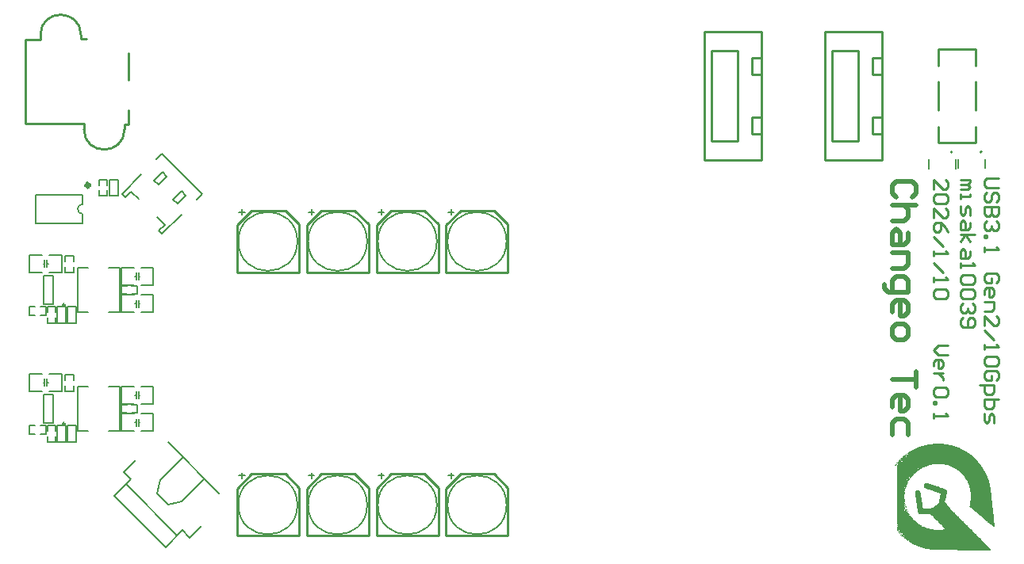
<source format=gbr>
%TF.GenerationSoftware,Altium Limited,Altium Designer,24.0.1 (36)*%
G04 Layer_Color=65535*
%FSLAX45Y45*%
%MOMM*%
%TF.SameCoordinates,DB20E3DF-1D37-4F49-95B0-90F2ADAE02A5*%
%TF.FilePolarity,Positive*%
%TF.FileFunction,Legend,Top*%
%TF.Part,Single*%
G01*
G75*
%TA.AperFunction,NonConductor*%
%ADD66C,0.25000*%
%ADD67C,0.20000*%
%ADD68C,0.25400*%
%ADD69C,0.50000*%
%ADD70C,0.20320*%
%ADD71C,0.15240*%
%ADD72C,0.12700*%
%ADD73C,0.50800*%
G36*
X10380701Y3420449D02*
Y3459518D01*
X10377696D01*
Y3492576D01*
X10374690D01*
Y3525635D01*
X10371685D01*
Y3555688D01*
X10368680D01*
Y3585741D01*
X10365674D01*
Y3615794D01*
X10362669D01*
Y3645847D01*
X10359664D01*
Y3672895D01*
X10356658D01*
Y3699942D01*
X10353653D01*
Y3726990D01*
X10350648D01*
Y3754038D01*
X10347643D01*
Y3778080D01*
X10344637D01*
Y3802123D01*
X10341632D01*
Y3820154D01*
X10338627D01*
Y3841191D01*
X10335621D01*
Y3859223D01*
X10332616D01*
Y3874250D01*
X10329611D01*
Y3886271D01*
X10326605D01*
Y3898292D01*
X10323600D01*
Y3907308D01*
X10320595D01*
Y3916324D01*
X10317589D01*
Y3925340D01*
X10314584D01*
Y3931351D01*
X10311579D01*
Y3940367D01*
X10308574D01*
Y3949383D01*
X10305568D01*
Y3955393D01*
X10302563D01*
Y3964409D01*
X10299558D01*
Y3970420D01*
X10296552D01*
Y3976430D01*
X10293547D01*
Y3982441D01*
X10290542D01*
Y3988451D01*
X10287536D01*
Y3994462D01*
X10284531D01*
Y4000473D01*
X10281526D01*
Y4006483D01*
X10278520D01*
Y4012494D01*
X10275515D01*
Y4018505D01*
X10272510D01*
Y4021510D01*
X10269505D01*
Y4027520D01*
X10266499D01*
Y4030526D01*
X10263494D01*
Y4036536D01*
X10260489D01*
Y4042547D01*
X10257483D01*
Y4045552D01*
X10254478D01*
Y4051563D01*
X10251473D01*
Y4054568D01*
X10248467D01*
Y4060579D01*
X10245462D01*
Y4063584D01*
X10242457D01*
Y4069595D01*
X10239452D01*
Y4072600D01*
X10236446D01*
Y4075605D01*
X10233441D01*
Y4081616D01*
X10230436D01*
Y4084621D01*
X10227430D01*
Y4087626D01*
X10224425D01*
Y4090632D01*
X10221420D01*
Y4096642D01*
X10218415D01*
Y4099648D01*
X10215409D01*
Y4102653D01*
X10212404D01*
Y4105658D01*
X10209399D01*
Y4108664D01*
X10206393D01*
Y4114674D01*
X10203388D01*
Y4117680D01*
X10200383D01*
Y4120685D01*
X10197377D01*
Y4123690D01*
X10194372D01*
Y4126695D01*
X10191367D01*
Y4129701D01*
X10188361D01*
Y4132706D01*
X10185356D01*
Y4135711D01*
X10182351D01*
Y4138716D01*
X10179346D01*
Y4141722D01*
X10176340D01*
Y4144727D01*
X10173335D01*
Y4147732D01*
X10170330D01*
Y4150738D01*
X10167325D01*
Y4153743D01*
X10164319D01*
Y4156748D01*
X10161314D01*
Y4159754D01*
X10158309D01*
Y4162759D01*
X10155303D01*
Y4165764D01*
X10152298D01*
Y4168770D01*
X10149293D01*
X10146287D01*
Y4171775D01*
X10143282D01*
Y4174780D01*
X10140277D01*
Y4177786D01*
X10137271D01*
Y4180791D01*
X10134266D01*
Y4183796D01*
X10131261D01*
X10128255D01*
Y4186801D01*
X10125250D01*
Y4189807D01*
X10122245D01*
Y4192812D01*
X10119240D01*
X10116234D01*
Y4195817D01*
X10113229D01*
Y4198822D01*
X10110224D01*
Y4201828D01*
X10107218D01*
X10104213D01*
Y4204833D01*
X10101208D01*
Y4207838D01*
X10098203D01*
X10095197D01*
Y4210844D01*
X10092192D01*
X10089187D01*
Y4213849D01*
X10086181D01*
Y4216854D01*
X10083176D01*
X10080171D01*
Y4219860D01*
X10077165D01*
Y4222865D01*
X10074160D01*
X10071155D01*
Y4225870D01*
X10068149D01*
Y4228876D01*
X10065144D01*
X10062139D01*
Y4231881D01*
X10059134D01*
X10056128D01*
Y4234886D01*
X10053123D01*
X10050118D01*
Y4237891D01*
X10047112D01*
Y4240897D01*
X10044107D01*
X10041102D01*
Y4243902D01*
X10038097D01*
X10035091D01*
Y4246907D01*
X10032086D01*
X10029081D01*
Y4249913D01*
X10026075D01*
X10023070D01*
Y4252918D01*
X10020065D01*
X10017059D01*
Y4255923D01*
X10014054D01*
X10011049D01*
X10008043D01*
Y4258929D01*
X10005038D01*
X10002033D01*
Y4261934D01*
X9999027D01*
X9996022D01*
X9993017D01*
Y4264939D01*
X9990012D01*
X9987006D01*
Y4267944D01*
X9984001D01*
X9980996D01*
X9977990D01*
Y4270950D01*
X9974985D01*
X9971980D01*
Y4273955D01*
X9968974D01*
X9965969D01*
X9962964D01*
Y4276960D01*
X9959958D01*
X9956953D01*
X9953948D01*
Y4279966D01*
X9950943D01*
X9947937D01*
X9944932D01*
Y4282971D01*
X9941927D01*
X9938921D01*
X9935916D01*
Y4285976D01*
X9932911D01*
X9929905D01*
X9926900D01*
X9923895D01*
Y4288982D01*
X9920890D01*
X9917884D01*
X9914879D01*
X9911874D01*
Y4291987D01*
X9908868D01*
X9905863D01*
X9902858D01*
X9899852D01*
X9896847D01*
Y4294992D01*
X9893842D01*
X9890836D01*
X9887831D01*
X9884826D01*
Y4297998D01*
X9881821D01*
X9878815D01*
X9875810D01*
X9872805D01*
X9869799D01*
X9866794D01*
Y4301003D01*
X9863789D01*
X9860784D01*
X9857778D01*
X9854773D01*
X9851768D01*
X9848762D01*
X9845757D01*
X9842752D01*
Y4304008D01*
X9839746D01*
X9836741D01*
X9833736D01*
X9830730D01*
X9827725D01*
X9824720D01*
X9821715D01*
X9818709D01*
X9815704D01*
X9812699D01*
X9809693D01*
X9806688D01*
X9803683D01*
X9800678D01*
X9797672D01*
Y4307013D01*
X9794667D01*
X9791662D01*
X9788656D01*
X9785651D01*
X9782646D01*
X9779640D01*
X9776635D01*
X9773630D01*
X9770624D01*
X9767619D01*
X9764614D01*
Y4304008D01*
X9761609D01*
X9758603D01*
X9755598D01*
X9752593D01*
X9749587D01*
X9746582D01*
X9743577D01*
X9740571D01*
X9737566D01*
X9734561D01*
X9731556D01*
X9728550D01*
X9725545D01*
X9722540D01*
X9719534D01*
Y4301003D01*
X9716529D01*
X9713524D01*
X9710519D01*
X9707513D01*
X9704508D01*
X9701503D01*
X9698497D01*
Y4297998D01*
X9695492D01*
X9692487D01*
X9689481D01*
X9686476D01*
X9683471D01*
X9680465D01*
Y4294992D01*
X9677460D01*
X9674455D01*
X9671450D01*
X9668444D01*
X9665439D01*
X9662434D01*
Y4291987D01*
X9659428D01*
X9656423D01*
X9653418D01*
X9650413D01*
Y4288982D01*
X9647407D01*
X9644402D01*
X9641397D01*
X9638391D01*
Y4285976D01*
X9635386D01*
X9632381D01*
X9629375D01*
Y4282971D01*
X9626370D01*
X9623365D01*
X9620359D01*
X9617354D01*
Y4279966D01*
X9614349D01*
X9611343D01*
X9608338D01*
Y4276960D01*
X9605333D01*
X9602328D01*
X9599322D01*
Y4273955D01*
X9596317D01*
X9593312D01*
X9590306D01*
Y4270950D01*
X9587301D01*
X9584296D01*
X9581290D01*
Y4267944D01*
X9578285D01*
X9575280D01*
Y4264939D01*
X9572274D01*
X9569269D01*
X9566264D01*
Y4261934D01*
X9563259D01*
X9560253D01*
Y4258929D01*
X9557248D01*
X9554243D01*
X9551237D01*
Y4255923D01*
X9548232D01*
Y4252918D01*
X9545227D01*
X9542221D01*
X9539216D01*
Y4249913D01*
X9536211D01*
X9533205D01*
Y4246907D01*
X9530200D01*
X9527195D01*
Y4243902D01*
X9524190D01*
X9521184D01*
X9518179D01*
Y4240897D01*
X9521184D01*
Y4237891D01*
X9518179D01*
Y4240897D01*
X9515174D01*
Y4237891D01*
X9512168D01*
Y4234886D01*
X9509163D01*
X9506158D01*
X9503153D01*
Y4231881D01*
X9500147D01*
Y4228876D01*
X9497142D01*
X9494137D01*
X9491131D01*
Y4225870D01*
X9488126D01*
Y4222865D01*
X9485121D01*
X9482115D01*
Y4219860D01*
X9479110D01*
Y4216854D01*
X9482115D01*
Y4213849D01*
X9479110D01*
Y4216854D01*
X9476105D01*
X9473099D01*
Y4213849D01*
X9470094D01*
Y4210844D01*
X9467089D01*
X9464084D01*
Y4207838D01*
X9461078D01*
Y4204833D01*
X9458073D01*
X9455068D01*
Y4201828D01*
X9452062D01*
Y4198822D01*
X9455068D01*
Y4195817D01*
X9452062D01*
Y4198822D01*
X9449057D01*
X9446052D01*
Y4195817D01*
X9443046D01*
Y4192812D01*
X9440041D01*
X9437036D01*
Y4189807D01*
X9434031D01*
Y4186801D01*
X9431025D01*
Y4183796D01*
X9428020D01*
Y4180791D01*
X9425015D01*
X9422009D01*
Y4177786D01*
X9419004D01*
Y4174780D01*
X9415999D01*
X9412994D01*
Y4171775D01*
X9409988D01*
Y4168770D01*
X9406983D01*
Y4165764D01*
X9409988D01*
Y4162759D01*
X9412994D01*
X9415999D01*
Y4165764D01*
X9412994D01*
Y4168770D01*
X9415999D01*
Y4165764D01*
X9419004D01*
X9422009D01*
Y4159754D01*
X9419004D01*
X9415999D01*
X9412994D01*
X9409988D01*
Y4162759D01*
X9406983D01*
Y4165764D01*
X9403978D01*
Y4162759D01*
X9400972D01*
Y4156748D01*
X9397967D01*
X9394962D01*
X9391956D01*
Y4153743D01*
X9394962D01*
Y4150738D01*
X9391956D01*
Y4153743D01*
X9388951D01*
Y4150738D01*
X9385946D01*
Y4147732D01*
X9382940D01*
Y4141722D01*
X9379935D01*
Y4138716D01*
X9376930D01*
X9373924D01*
Y4132706D01*
X9370919D01*
X9367914D01*
Y4129701D01*
X9364909D01*
Y4126695D01*
X9367914D01*
Y4120685D01*
X9370919D01*
X9373924D01*
Y4117680D01*
X9370919D01*
X9367914D01*
Y4120685D01*
X9364909D01*
Y4126695D01*
X9361903D01*
Y4120685D01*
X9364909D01*
Y4117680D01*
X9367914D01*
Y4114674D01*
X9364909D01*
Y4117680D01*
X9361903D01*
Y4120685D01*
X9358898D01*
X9355893D01*
Y4114674D01*
X9352888D01*
X9349882D01*
Y4108664D01*
X9346877D01*
Y4105658D01*
X9343872D01*
Y4102653D01*
X9340866D01*
Y4099648D01*
X9337861D01*
Y4096642D01*
X9334856D01*
Y4090632D01*
X9331850D01*
Y4084621D01*
X9328845D01*
Y4081616D01*
X9325840D01*
Y4078611D01*
X9328845D01*
X9331850D01*
Y4081616D01*
X9334856D01*
Y4078611D01*
X9337861D01*
Y4075605D01*
X9340866D01*
Y4069595D01*
X9343872D01*
Y4066589D01*
X9340866D01*
Y4069595D01*
X9337861D01*
Y4072600D01*
X9334856D01*
Y4075605D01*
X9331850D01*
X9328845D01*
Y4072600D01*
X9325840D01*
Y4078611D01*
X9322834D01*
Y4075605D01*
X9319829D01*
Y4072600D01*
X9316824D01*
Y4069595D01*
X9319829D01*
X9322834D01*
Y4072600D01*
X9325840D01*
Y4066589D01*
X9328845D01*
Y4069595D01*
X9331850D01*
Y4066589D01*
X9334856D01*
X9337861D01*
X9340866D01*
Y4018505D01*
X9343872D01*
Y3465529D01*
X9340866D01*
Y3441486D01*
X9343872D01*
X9346877D01*
X9349882D01*
Y3435476D01*
X9346877D01*
X9343872D01*
Y3432470D01*
X9340866D01*
Y3426460D01*
X9343872D01*
Y3423455D01*
X9346877D01*
X9349882D01*
Y3417444D01*
X9346877D01*
X9343872D01*
Y3390396D01*
X9346877D01*
Y3387391D01*
X9349882D01*
Y3381380D01*
X9346877D01*
Y3387391D01*
X9343872D01*
Y3390396D01*
X9340866D01*
Y3393401D01*
X9337861D01*
Y3390396D01*
X9340866D01*
Y3387391D01*
X9343872D01*
Y3381380D01*
X9346877D01*
Y3378375D01*
X9349882D01*
Y3372364D01*
X9346877D01*
Y3378375D01*
X9343872D01*
Y3381380D01*
X9340866D01*
Y3378375D01*
X9343872D01*
Y3372364D01*
X9346877D01*
Y3369359D01*
X9349882D01*
X9352888D01*
X9355893D01*
Y3366354D01*
X9358898D01*
Y3360343D01*
X9361903D01*
Y3357338D01*
X9364909D01*
Y3354333D01*
X9361903D01*
Y3357338D01*
X9358898D01*
Y3360343D01*
X9355893D01*
X9352888D01*
Y3363349D01*
X9349882D01*
Y3366354D01*
X9346877D01*
Y3369359D01*
X9343872D01*
Y3372364D01*
X9340866D01*
Y3369359D01*
X9343872D01*
Y3366354D01*
X9346877D01*
Y3363349D01*
X9349882D01*
Y3357338D01*
X9352888D01*
X9355893D01*
Y3351327D01*
X9358898D01*
X9361903D01*
Y3345317D01*
X9364909D01*
Y3342311D01*
X9367914D01*
Y3339306D01*
X9370919D01*
Y3336301D01*
X9373924D01*
Y3333295D01*
X9376930D01*
X9379935D01*
Y3327285D01*
X9382940D01*
Y3324280D01*
X9385946D01*
Y3321274D01*
X9388951D01*
Y3318269D01*
X9391956D01*
Y3315264D01*
X9394962D01*
Y3312258D01*
X9397967D01*
X9400972D01*
Y3309253D01*
X9403978D01*
Y3306248D01*
X9406983D01*
Y3303243D01*
X9409988D01*
Y3300237D01*
X9412994D01*
Y3297232D01*
X9415999D01*
X9419004D01*
Y3294227D01*
X9422009D01*
Y3291221D01*
X9425015D01*
Y3288216D01*
X9428020D01*
Y3285211D01*
X9431025D01*
X9434031D01*
Y3282205D01*
X9437036D01*
Y3279200D01*
X9440041D01*
Y3276195D01*
X9443046D01*
X9446052D01*
Y3273189D01*
X9449057D01*
Y3270184D01*
X9452062D01*
X9455068D01*
Y3267179D01*
X9458073D01*
Y3264174D01*
X9461078D01*
X9464084D01*
Y3261168D01*
X9467089D01*
X9470094D01*
Y3258163D01*
X9473099D01*
Y3255158D01*
X9476105D01*
Y3252152D01*
X9479110D01*
X9482115D01*
Y3249147D01*
X9485121D01*
X9488126D01*
Y3246142D01*
X9491131D01*
Y3243137D01*
X9494137D01*
X9497142D01*
Y3240131D01*
X9500147D01*
X9503153D01*
Y3237126D01*
X9506158D01*
Y3234121D01*
X9509163D01*
X9512168D01*
Y3231115D01*
X9515174D01*
X9518179D01*
Y3228110D01*
X9521184D01*
X9524190D01*
Y3225105D01*
X9527195D01*
X9530200D01*
Y3222099D01*
X9533205D01*
X9536211D01*
Y3219094D01*
X9539216D01*
X9542221D01*
Y3216089D01*
X9545227D01*
X9548232D01*
Y3213083D01*
X9551237D01*
X9554243D01*
Y3210078D01*
X9557248D01*
X9560253D01*
X9563259D01*
Y3207073D01*
X9566264D01*
X9569269D01*
X9572274D01*
Y3204068D01*
X9575280D01*
X9578285D01*
Y3201062D01*
X9581290D01*
X9584296D01*
X9587301D01*
Y3198057D01*
X9590306D01*
X9593312D01*
X9596317D01*
Y3195052D01*
X9599322D01*
X9602328D01*
Y3192046D01*
X9605333D01*
X9608338D01*
X9611343D01*
X9614349D01*
Y3189041D01*
X9617354D01*
X9620359D01*
X9623365D01*
X9626370D01*
Y3186036D01*
X9629375D01*
X9632381D01*
X9635386D01*
X9638391D01*
Y3183030D01*
X9641397D01*
X9644402D01*
X9647407D01*
X9650413D01*
X9653418D01*
Y3180025D01*
X9656423D01*
X9659428D01*
X9662434D01*
X9665439D01*
X9668444D01*
X9671450D01*
Y3177020D01*
X9674455D01*
X9677460D01*
X9680465D01*
X9683471D01*
X9686476D01*
X9689481D01*
X9692487D01*
Y3174014D01*
X9695492D01*
X9698497D01*
X9701503D01*
X9704508D01*
X9707513D01*
X9710519D01*
X9713524D01*
X9716529D01*
X9719534D01*
X9722540D01*
Y3171009D01*
X9725545D01*
X9728550D01*
X9731556D01*
X9734561D01*
X9737566D01*
X9740571D01*
X9743577D01*
X9746582D01*
X9749587D01*
X9752593D01*
X9755598D01*
X9758603D01*
X9761609D01*
X9764614D01*
X9767619D01*
X9770624D01*
X9773630D01*
Y3168004D01*
X9776635D01*
X9779640D01*
X9782646D01*
X9785651D01*
X9788656D01*
X9791662D01*
X9794667D01*
X9797672D01*
X9800678D01*
X9803683D01*
X9806688D01*
X9809693D01*
X9812699D01*
X9815704D01*
X9818709D01*
X9821715D01*
X9824720D01*
X9827725D01*
X9830730D01*
X9833736D01*
X9836741D01*
X9839746D01*
X9842752D01*
X9845757D01*
X9848762D01*
X9851768D01*
X9854773D01*
X9857778D01*
X9860784D01*
X9863789D01*
X9866794D01*
X9869799D01*
X9872805D01*
X9875810D01*
X9878815D01*
X9881821D01*
X9884826D01*
X9887831D01*
X9890836D01*
X9893842D01*
X9896847D01*
X9899852D01*
X9902858D01*
X9905863D01*
X9908868D01*
X9911874D01*
X9914879D01*
X9917884D01*
X9920890D01*
X9923895D01*
X9926900D01*
X9929905D01*
X9932911D01*
X9935916D01*
X9938921D01*
X9941927D01*
X9944932D01*
X9947937D01*
X9950943D01*
X9953948D01*
X9956953D01*
X9959958D01*
X9962964D01*
X9965969D01*
X9968974D01*
X9971980D01*
X9974985D01*
X9977990D01*
X9980996D01*
X9984001D01*
X9987006D01*
Y3164998D01*
X9990012D01*
X9993017D01*
X9996022D01*
X9999027D01*
X10002033D01*
X10005038D01*
X10008043D01*
X10011049D01*
X10014054D01*
X10017059D01*
X10020065D01*
X10023070D01*
X10026075D01*
X10029081D01*
X10032086D01*
X10035091D01*
X10038097D01*
X10041102D01*
X10044107D01*
X10047112D01*
X10050118D01*
X10053123D01*
X10056128D01*
X10059134D01*
X10062139D01*
X10065144D01*
X10068149D01*
X10071155D01*
X10074160D01*
X10077165D01*
X10080171D01*
X10083176D01*
X10086181D01*
X10089187D01*
X10092192D01*
X10095197D01*
X10098203D01*
X10101208D01*
X10104213D01*
X10107218D01*
X10110224D01*
X10113229D01*
X10116234D01*
X10119240D01*
X10122245D01*
X10125250D01*
X10128255D01*
X10131261D01*
X10134266D01*
X10137271D01*
X10140277D01*
X10143282D01*
X10146287D01*
Y3161993D01*
X10149293D01*
X10152298D01*
X10155303D01*
X10158309D01*
X10161314D01*
X10164319D01*
X10167325D01*
X10170330D01*
X10173335D01*
X10176340D01*
X10179346D01*
X10182351D01*
X10185356D01*
X10188361D01*
X10191367D01*
X10194372D01*
X10197377D01*
X10200383D01*
X10203388D01*
X10206393D01*
X10209399D01*
X10212404D01*
X10215409D01*
X10218415D01*
X10221420D01*
X10224425D01*
X10227430D01*
X10230436D01*
X10233441D01*
X10236446D01*
X10239452D01*
X10242457D01*
X10245462D01*
X10248467D01*
X10251473D01*
X10254478D01*
X10257483D01*
X10260489D01*
X10263494D01*
X10266499D01*
X10269505D01*
Y3164998D01*
X10272510D01*
X10275515D01*
X10278520D01*
X10281526D01*
X10284531D01*
X10287536D01*
X10290542D01*
X10293547D01*
X10296552D01*
X10299558D01*
X10302563D01*
X10305568D01*
X10308574D01*
X10311579D01*
X10314584D01*
X10317589D01*
X10320595D01*
X10323600D01*
X10326605D01*
X10329611D01*
X10332616D01*
X10335621D01*
X10338627D01*
X10341632D01*
X10344637D01*
Y3168004D01*
X10341632D01*
Y3174014D01*
X10338627D01*
Y3177020D01*
X10335621D01*
Y3180025D01*
X10332616D01*
Y3183030D01*
X10329611D01*
Y3186036D01*
X10326605D01*
Y3189041D01*
X10323600D01*
Y3192046D01*
X10320595D01*
Y3195052D01*
X10317589D01*
Y3198057D01*
X10314584D01*
Y3201062D01*
X10311579D01*
Y3207073D01*
X10308574D01*
Y3210078D01*
X10305568D01*
Y3213083D01*
X10302563D01*
Y3216089D01*
X10299558D01*
Y3219094D01*
X10296552D01*
Y3222099D01*
X10293547D01*
Y3225105D01*
X10290542D01*
Y3228110D01*
X10287536D01*
Y3231115D01*
X10284531D01*
Y3234121D01*
X10281526D01*
Y3237126D01*
X10278520D01*
Y3240131D01*
X10275515D01*
Y3243137D01*
X10272510D01*
Y3246142D01*
X10269505D01*
Y3249147D01*
X10266499D01*
Y3252152D01*
X10263494D01*
Y3255158D01*
X10260489D01*
Y3258163D01*
X10257483D01*
Y3261168D01*
X10254478D01*
Y3264174D01*
X10251473D01*
Y3267179D01*
X10248467D01*
Y3270184D01*
X10245462D01*
Y3273189D01*
X10242457D01*
Y3276195D01*
X10239452D01*
Y3279200D01*
X10236446D01*
Y3285211D01*
X10233441D01*
Y3288216D01*
X10230436D01*
Y3291221D01*
X10227430D01*
Y3294227D01*
X10224425D01*
Y3297232D01*
X10221420D01*
X10218415D01*
Y3300237D01*
X10215409D01*
Y3303243D01*
X10212404D01*
Y3309253D01*
X10209399D01*
Y3312258D01*
X10206393D01*
Y3315264D01*
X10203388D01*
Y3318269D01*
X10200383D01*
Y3321274D01*
X10197377D01*
Y3324280D01*
X10194372D01*
Y3327285D01*
X10191367D01*
Y3330290D01*
X10188361D01*
Y3333295D01*
X10185356D01*
Y3336301D01*
X10182351D01*
Y3339306D01*
X10179346D01*
Y3342311D01*
X10176340D01*
Y3345317D01*
X10173335D01*
Y3348322D01*
X10170330D01*
Y3351327D01*
X10167325D01*
Y3354333D01*
X10164319D01*
Y3357338D01*
X10161314D01*
Y3360343D01*
X10158309D01*
Y3363349D01*
X10155303D01*
Y3366354D01*
X10152298D01*
Y3369359D01*
X10149293D01*
Y3372364D01*
X10146287D01*
Y3375370D01*
X10143282D01*
Y3378375D01*
X10140277D01*
Y3381380D01*
X10137271D01*
Y3384386D01*
X10134266D01*
Y3387391D01*
X10131261D01*
Y3390396D01*
X10128255D01*
Y3393401D01*
X10125250D01*
Y3396407D01*
X10122245D01*
Y3399412D01*
X10119240D01*
Y3402417D01*
X10116234D01*
Y3405423D01*
X10113229D01*
Y3408428D01*
X10110224D01*
Y3411433D01*
X10107218D01*
Y3414439D01*
X10104213D01*
Y3417444D01*
X10101208D01*
Y3420449D01*
X10098203D01*
Y3423455D01*
X10095197D01*
Y3426460D01*
X10092192D01*
Y3429465D01*
X10089187D01*
Y3432470D01*
X10086181D01*
Y3435476D01*
X10083176D01*
Y3438481D01*
X10080171D01*
Y3441486D01*
X10077165D01*
Y3444492D01*
X10074160D01*
Y3447497D01*
X10071155D01*
Y3450502D01*
X10068149D01*
Y3453507D01*
X10065144D01*
Y3456513D01*
X10062139D01*
Y3459518D01*
X10059134D01*
Y3462523D01*
X10056128D01*
Y3465529D01*
X10053123D01*
Y3468534D01*
X10050118D01*
Y3471539D01*
X10047112D01*
Y3474545D01*
X10044107D01*
Y3477550D01*
X10041102D01*
Y3480555D01*
X10038097D01*
Y3483560D01*
X10035091D01*
Y3486566D01*
X10032086D01*
Y3489571D01*
X10029081D01*
Y3492576D01*
X10026075D01*
Y3495582D01*
X10023070D01*
Y3498587D01*
X10020065D01*
Y3501592D01*
X10017059D01*
Y3504598D01*
X10014054D01*
Y3507603D01*
X10011049D01*
Y3510608D01*
X10008043D01*
Y3513614D01*
X10005038D01*
Y3516619D01*
X10002033D01*
Y3519624D01*
X9999027D01*
Y3522629D01*
X9996022D01*
Y3525635D01*
X9993017D01*
Y3528640D01*
X9990012D01*
Y3531645D01*
X9987006D01*
Y3534651D01*
X9984001D01*
Y3537656D01*
X9980996D01*
Y3540661D01*
X9977990D01*
Y3543667D01*
X9974985D01*
Y3546672D01*
X9971980D01*
Y3549677D01*
X9968974D01*
Y3552683D01*
X9965969D01*
Y3555688D01*
X9962964D01*
Y3558693D01*
X9959958D01*
Y3561698D01*
X9956953D01*
Y3564704D01*
X9953948D01*
Y3567709D01*
X9950943D01*
Y3570714D01*
X9947937D01*
Y3573720D01*
X9944932D01*
Y3576725D01*
X9941927D01*
Y3579730D01*
X9938921D01*
Y3582736D01*
X9935916D01*
Y3585741D01*
X9932911D01*
Y3588746D01*
X9929905D01*
Y3591752D01*
X9926900D01*
Y3594757D01*
X9923895D01*
Y3597762D01*
X9920890D01*
Y3600767D01*
X9917884D01*
Y3603773D01*
X9914879D01*
Y3606778D01*
X9911874D01*
Y3609783D01*
X9908868D01*
Y3612789D01*
X9905863D01*
Y3615794D01*
X9902858D01*
Y3621805D01*
X9899852D01*
Y3624810D01*
X9896847D01*
Y3627815D01*
X9893842D01*
Y3633826D01*
X9890836D01*
X9887831D01*
Y3639836D01*
X9884826D01*
Y3645847D01*
X9881821D01*
Y3648852D01*
X9878815D01*
Y3651858D01*
X9875810D01*
Y3654863D01*
X9872805D01*
Y3657868D01*
X9869799D01*
Y3663879D01*
X9866794D01*
Y3666884D01*
X9863789D01*
Y3672895D01*
X9860784D01*
Y3675900D01*
X9857778D01*
Y3678905D01*
X9854773D01*
Y3693932D01*
X9857778D01*
Y3705953D01*
X9860784D01*
Y3720980D01*
X9863789D01*
Y3733001D01*
X9866794D01*
Y3745022D01*
X9869799D01*
Y3760048D01*
X9872805D01*
Y3775075D01*
X9875810D01*
Y3793107D01*
X9872805D01*
Y3802123D01*
X9869799D01*
Y3808133D01*
X9866794D01*
Y3811139D01*
X9863789D01*
Y3814144D01*
X9860784D01*
X9857778D01*
Y3817149D01*
X9854773D01*
Y3820154D01*
X9851768D01*
X9848762D01*
Y3823160D01*
X9845757D01*
X9842752D01*
X9839746D01*
Y3826165D01*
X9836741D01*
X9833736D01*
X9830730D01*
Y3829170D01*
X9827725D01*
X9824720D01*
X9821715D01*
Y3832176D01*
X9818709D01*
X9815704D01*
X9812699D01*
Y3835181D01*
X9809693D01*
X9806688D01*
X9803683D01*
Y3838186D01*
X9800678D01*
X9797672D01*
Y3841191D01*
X9794667D01*
X9791662D01*
X9788656D01*
Y3844197D01*
X9785651D01*
X9782646D01*
X9779640D01*
X9776635D01*
Y3847202D01*
X9773630D01*
X9770624D01*
Y3850207D01*
X9767619D01*
X9764614D01*
X9761609D01*
Y3853213D01*
X9758603D01*
X9755598D01*
X9752593D01*
Y3856218D01*
X9749587D01*
X9746582D01*
X9743577D01*
Y3859223D01*
X9740571D01*
X9737566D01*
X9734561D01*
Y3862229D01*
X9731556D01*
X9728550D01*
X9725545D01*
Y3865234D01*
X9722540D01*
X9719534D01*
X9716529D01*
Y3868239D01*
X9713524D01*
X9710519D01*
Y3871245D01*
X9707513D01*
X9704508D01*
X9701503D01*
X9698497D01*
Y3874250D01*
X9695492D01*
X9692487D01*
Y3877255D01*
X9689481D01*
X9686476D01*
X9683471D01*
X9680465D01*
Y3880261D01*
X9677460D01*
X9674455D01*
Y3883266D01*
X9671450D01*
X9668444D01*
X9665439D01*
X9662434D01*
X9659428D01*
X9656423D01*
Y3886271D01*
X9653418D01*
Y3883266D01*
X9650413D01*
X9647407D01*
X9644402D01*
Y3880261D01*
X9641397D01*
X9638391D01*
Y3877255D01*
X9635386D01*
Y3874250D01*
X9632381D01*
Y3868239D01*
X9629375D01*
Y3859223D01*
X9626370D01*
Y3850207D01*
X9629375D01*
Y3841191D01*
X9632381D01*
Y3835181D01*
X9635386D01*
Y3832176D01*
X9638391D01*
Y3829170D01*
X9641397D01*
X9644402D01*
Y3826165D01*
X9647407D01*
X9650413D01*
Y3823160D01*
X9653418D01*
X9656423D01*
X9659428D01*
Y3820154D01*
X9662434D01*
X9665439D01*
X9668444D01*
Y3817149D01*
X9671450D01*
X9674455D01*
X9677460D01*
Y3814144D01*
X9680465D01*
X9683471D01*
X9686476D01*
Y3811139D01*
X9689481D01*
X9692487D01*
X9695492D01*
Y3808133D01*
X9698497D01*
X9701503D01*
X9704508D01*
Y3805128D01*
X9707513D01*
X9710519D01*
Y3802123D01*
X9713524D01*
X9716529D01*
X9719534D01*
X9722540D01*
Y3799117D01*
X9725545D01*
X9728550D01*
X9731556D01*
Y3796112D01*
X9734561D01*
X9737566D01*
X9740571D01*
Y3793107D01*
X9743577D01*
X9746582D01*
X9749587D01*
Y3790101D01*
X9752593D01*
X9755598D01*
X9758603D01*
Y3787096D01*
X9761609D01*
X9764614D01*
X9767619D01*
Y3784091D01*
X9770624D01*
X9773630D01*
X9776635D01*
Y3781085D01*
X9779640D01*
X9782646D01*
Y3778080D01*
X9785651D01*
X9788656D01*
X9791662D01*
X9794667D01*
Y3775075D01*
X9797672D01*
X9800678D01*
Y3772070D01*
X9803683D01*
X9806688D01*
Y3757043D01*
X9803683D01*
Y3742017D01*
X9800678D01*
Y3726990D01*
X9797672D01*
Y3708958D01*
X9794667D01*
Y3693932D01*
X9791662D01*
Y3678905D01*
X9788656D01*
Y3669889D01*
X9785651D01*
Y3666884D01*
X9782646D01*
Y3663879D01*
X9779640D01*
Y3660874D01*
X9776635D01*
Y3657868D01*
X9773630D01*
X9770624D01*
Y3654863D01*
X9767619D01*
Y3651858D01*
X9764614D01*
Y3648852D01*
X9761609D01*
X9758603D01*
Y3645847D01*
X9755598D01*
Y3642842D01*
X9752593D01*
Y3639836D01*
X9749587D01*
X9746582D01*
Y3636831D01*
X9743577D01*
Y3633826D01*
X9740571D01*
Y3630820D01*
X9737566D01*
Y3627815D01*
X9734561D01*
X9731556D01*
Y3624810D01*
X9728550D01*
Y3621805D01*
X9725545D01*
Y3618799D01*
X9722540D01*
X9719534D01*
Y3615794D01*
X9716529D01*
X9713524D01*
X9710519D01*
X9707513D01*
X9704508D01*
Y3612789D01*
X9701503D01*
X9698497D01*
X9695492D01*
X9692487D01*
X9689481D01*
X9686476D01*
X9683471D01*
X9680465D01*
X9677460D01*
X9674455D01*
X9671450D01*
X9668444D01*
X9665439D01*
X9662434D01*
X9659428D01*
X9656423D01*
X9653418D01*
X9650413D01*
X9647407D01*
X9644402D01*
X9641397D01*
X9638391D01*
X9635386D01*
X9632381D01*
X9629375D01*
X9626370D01*
X9623365D01*
X9620359D01*
Y3621805D01*
X9617354D01*
Y3639836D01*
X9614349D01*
Y3657868D01*
X9611343D01*
Y3675900D01*
X9608338D01*
Y3696937D01*
X9605333D01*
Y3717974D01*
X9602328D01*
Y3733001D01*
X9599322D01*
Y3754038D01*
X9596317D01*
Y3769064D01*
X9593312D01*
Y3784091D01*
X9590306D01*
Y3793107D01*
X9587301D01*
Y3796112D01*
X9584296D01*
X9581290D01*
Y3802123D01*
X9578285D01*
X9575280D01*
Y3805128D01*
X9572274D01*
X9569269D01*
X9566264D01*
X9563259D01*
X9560253D01*
X9557248D01*
X9554243D01*
Y3802123D01*
X9551237D01*
X9548232D01*
Y3799117D01*
X9545227D01*
Y3796112D01*
X9542221D01*
X9539216D01*
Y3790101D01*
X9536211D01*
Y3784091D01*
X9539216D01*
Y3781085D01*
X9536211D01*
Y3784091D01*
X9533205D01*
Y3760048D01*
X9536211D01*
Y3742017D01*
X9539216D01*
Y3726990D01*
X9542221D01*
Y3711964D01*
X9545227D01*
Y3690926D01*
X9548232D01*
Y3669889D01*
X9551237D01*
Y3651858D01*
X9554243D01*
Y3633826D01*
X9557248D01*
Y3612789D01*
X9560253D01*
X9563259D01*
Y3609783D01*
X9560253D01*
Y3594757D01*
X9563259D01*
Y3576725D01*
X9566264D01*
Y3567709D01*
X9569269D01*
Y3561698D01*
X9572274D01*
Y3558693D01*
X9575280D01*
Y3555688D01*
X9578285D01*
X9581290D01*
Y3552683D01*
X9584296D01*
X9587301D01*
Y3549677D01*
X9590306D01*
X9593312D01*
X9596317D01*
X9599322D01*
X9602328D01*
X9605333D01*
X9608338D01*
X9611343D01*
X9614349D01*
X9617354D01*
X9620359D01*
X9623365D01*
X9626370D01*
X9629375D01*
X9632381D01*
X9635386D01*
X9638391D01*
X9641397D01*
X9644402D01*
X9647407D01*
X9650413D01*
X9653418D01*
X9656423D01*
X9659428D01*
X9662434D01*
X9665439D01*
X9668444D01*
X9671450D01*
X9674455D01*
X9677460D01*
Y3552683D01*
X9680465D01*
X9683471D01*
X9686476D01*
X9689481D01*
X9692487D01*
X9695492D01*
Y3549677D01*
X9698497D01*
Y3546672D01*
X9701503D01*
Y3543667D01*
X9704508D01*
X9707513D01*
Y3540661D01*
X9710519D01*
Y3537656D01*
X9713524D01*
Y3534651D01*
X9716529D01*
Y3531645D01*
X9719534D01*
Y3528640D01*
X9722540D01*
Y3525635D01*
X9725545D01*
X9728550D01*
Y3519624D01*
X9731556D01*
Y3516619D01*
X9734561D01*
Y3513614D01*
X9737566D01*
X9740571D01*
Y3507603D01*
X9743577D01*
Y3504598D01*
X9746582D01*
Y3501592D01*
X9749587D01*
Y3498587D01*
X9752593D01*
Y3495582D01*
X9755598D01*
Y3492576D01*
X9758603D01*
Y3489571D01*
X9761609D01*
Y3486566D01*
X9764614D01*
Y3483560D01*
X9767619D01*
Y3480555D01*
X9770624D01*
Y3477550D01*
X9773630D01*
Y3474545D01*
X9776635D01*
Y3471539D01*
X9779640D01*
Y3468534D01*
X9782646D01*
Y3465529D01*
X9785651D01*
Y3462523D01*
X9788656D01*
Y3459518D01*
X9791662D01*
Y3456513D01*
X9794667D01*
Y3453507D01*
X9797672D01*
Y3450502D01*
X9800678D01*
Y3447497D01*
X9803683D01*
Y3444492D01*
X9806688D01*
Y3441486D01*
X9809693D01*
Y3438481D01*
X9812699D01*
Y3435476D01*
X9815704D01*
Y3432470D01*
X9818709D01*
Y3429465D01*
X9821715D01*
Y3426460D01*
X9824720D01*
Y3423455D01*
X9827725D01*
Y3420449D01*
X9830730D01*
Y3417444D01*
X9833736D01*
Y3414439D01*
X9836741D01*
Y3411433D01*
X9839746D01*
Y3408428D01*
X9842752D01*
Y3405423D01*
X9845757D01*
Y3402417D01*
X9848762D01*
Y3399412D01*
X9851768D01*
Y3393401D01*
X9848762D01*
Y3390396D01*
X9845757D01*
X9842752D01*
X9839746D01*
Y3387391D01*
X9836741D01*
X9833736D01*
X9830730D01*
Y3384386D01*
X9827725D01*
X9824720D01*
X9821715D01*
X9818709D01*
X9815704D01*
X9812699D01*
X9809693D01*
X9806688D01*
Y3381380D01*
X9803683D01*
X9800678D01*
X9797672D01*
X9794667D01*
X9791662D01*
X9788656D01*
X9785651D01*
X9782646D01*
X9779640D01*
X9776635D01*
X9773630D01*
X9770624D01*
X9767619D01*
X9764614D01*
X9761609D01*
X9758603D01*
X9755598D01*
Y3384386D01*
X9752593D01*
X9749587D01*
X9746582D01*
X9743577D01*
X9740571D01*
X9737566D01*
X9734561D01*
X9731556D01*
X9728550D01*
Y3387391D01*
X9725545D01*
X9722540D01*
X9719534D01*
X9716529D01*
X9713524D01*
Y3390396D01*
X9710519D01*
X9707513D01*
X9704508D01*
X9701503D01*
Y3393401D01*
X9698497D01*
X9695492D01*
X9692487D01*
X9689481D01*
Y3396407D01*
X9686476D01*
X9683471D01*
X9680465D01*
X9677460D01*
Y3399412D01*
X9674455D01*
X9671450D01*
X9668444D01*
Y3402417D01*
X9665439D01*
X9662434D01*
X9659428D01*
Y3405423D01*
X9656423D01*
X9653418D01*
X9650413D01*
Y3408428D01*
X9647407D01*
X9644402D01*
Y3411433D01*
X9641397D01*
X9638391D01*
Y3414439D01*
X9635386D01*
X9632381D01*
X9629375D01*
Y3417444D01*
X9626370D01*
X9623365D01*
Y3420449D01*
X9620359D01*
X9617354D01*
Y3423455D01*
X9614349D01*
X9611343D01*
Y3426460D01*
X9608338D01*
X9605333D01*
Y3429465D01*
X9602328D01*
X9599322D01*
Y3432470D01*
X9596317D01*
Y3429465D01*
X9593312D01*
Y3435476D01*
X9590306D01*
X9587301D01*
Y3438481D01*
X9584296D01*
Y3441486D01*
X9581290D01*
Y3444492D01*
X9578285D01*
X9575280D01*
Y3447497D01*
X9572274D01*
Y3450502D01*
X9569269D01*
X9566264D01*
Y3453507D01*
X9563259D01*
Y3456513D01*
X9560253D01*
Y3459518D01*
X9557248D01*
Y3462523D01*
X9554243D01*
X9551237D01*
Y3465529D01*
X9548232D01*
Y3468534D01*
X9545227D01*
Y3471539D01*
X9542221D01*
X9539216D01*
Y3474545D01*
X9536211D01*
Y3477550D01*
X9533205D01*
Y3480555D01*
X9530200D01*
Y3483560D01*
X9527195D01*
Y3486566D01*
X9524190D01*
Y3489571D01*
X9521184D01*
Y3492576D01*
X9518179D01*
Y3495582D01*
X9515174D01*
Y3501592D01*
X9512168D01*
X9509163D01*
Y3507603D01*
X9506158D01*
Y3510608D01*
X9503153D01*
Y3513614D01*
X9500147D01*
Y3516619D01*
X9497142D01*
Y3522629D01*
X9494137D01*
Y3525635D01*
X9491131D01*
Y3528640D01*
X9488126D01*
Y3531645D01*
X9485121D01*
Y3537656D01*
X9482115D01*
Y3543667D01*
X9479110D01*
Y3549677D01*
X9476105D01*
Y3552683D01*
X9473099D01*
Y3555688D01*
X9470094D01*
Y3561698D01*
X9467089D01*
X9464084D01*
Y3564704D01*
X9461078D01*
Y3567709D01*
X9464084D01*
Y3564704D01*
X9467089D01*
Y3567709D01*
X9464084D01*
Y3573720D01*
X9461078D01*
Y3570714D01*
X9458073D01*
Y3564704D01*
X9461078D01*
Y3561698D01*
X9458073D01*
Y3564704D01*
X9455068D01*
Y3573720D01*
X9458073D01*
Y3576725D01*
X9461078D01*
Y3579730D01*
X9458073D01*
Y3585741D01*
X9455068D01*
Y3591752D01*
X9452062D01*
Y3597762D01*
X9449057D01*
Y3603773D01*
X9446052D01*
Y3612789D01*
X9443046D01*
Y3621805D01*
X9440041D01*
Y3633826D01*
X9437036D01*
Y3627815D01*
X9434031D01*
Y3636831D01*
X9431025D01*
Y3627815D01*
X9434031D01*
Y3615794D01*
X9437036D01*
Y3621805D01*
X9440041D01*
Y3612789D01*
X9437036D01*
X9434031D01*
Y3609783D01*
X9437036D01*
X9440041D01*
Y3603773D01*
X9437036D01*
X9434031D01*
Y3600767D01*
X9431025D01*
Y3606778D01*
X9428020D01*
Y3609783D01*
X9425015D01*
Y3624810D01*
X9428020D01*
Y3609783D01*
X9431025D01*
Y3624810D01*
X9428020D01*
Y3639836D01*
X9425015D01*
Y3645847D01*
X9428020D01*
Y3639836D01*
X9431025D01*
Y3645847D01*
X9434031D01*
Y3651858D01*
X9431025D01*
Y3666884D01*
X9428020D01*
Y3684916D01*
X9425015D01*
Y3711964D01*
X9422009D01*
Y3763054D01*
X9425015D01*
Y3790101D01*
X9422009D01*
Y3796112D01*
X9425015D01*
Y3790101D01*
X9428020D01*
Y3808133D01*
X9431025D01*
Y3820154D01*
X9434031D01*
Y3829170D01*
X9431025D01*
Y3832176D01*
X9434031D01*
X9437036D01*
Y3838186D01*
X9434031D01*
Y3847202D01*
X9437036D01*
Y3841191D01*
X9440041D01*
Y3850207D01*
X9443046D01*
Y3859223D01*
X9446052D01*
Y3865234D01*
X9449057D01*
Y3871245D01*
X9452062D01*
Y3880261D01*
X9455068D01*
Y3886271D01*
X9458073D01*
Y3889276D01*
X9461078D01*
Y3895287D01*
X9458073D01*
Y3898292D01*
X9455068D01*
Y3901298D01*
X9458073D01*
Y3898292D01*
X9461078D01*
X9464084D01*
Y3907308D01*
X9467089D01*
Y3910313D01*
X9470094D01*
Y3913319D01*
X9473099D01*
Y3919329D01*
X9470094D01*
Y3916324D01*
X9467089D01*
Y3922335D01*
X9470094D01*
X9473099D01*
Y3919329D01*
X9476105D01*
Y3922335D01*
X9479110D01*
Y3925340D01*
X9476105D01*
Y3928345D01*
X9479110D01*
Y3925340D01*
X9482115D01*
Y3931351D01*
X9485121D01*
Y3934356D01*
X9488126D01*
Y3937361D01*
X9491131D01*
Y3943372D01*
X9494137D01*
Y3946377D01*
X9497142D01*
Y3949383D01*
X9494137D01*
Y3952388D01*
X9497142D01*
Y3949383D01*
X9500147D01*
Y3952388D01*
X9503153D01*
Y3955393D01*
X9506158D01*
Y3961404D01*
X9509163D01*
Y3967414D01*
X9506158D01*
Y3970420D01*
X9509163D01*
Y3967414D01*
X9512168D01*
X9515174D01*
Y3970420D01*
X9518179D01*
Y3973425D01*
X9521184D01*
Y3976430D01*
X9524190D01*
Y3979436D01*
X9527195D01*
Y3982441D01*
X9530200D01*
Y3985446D01*
X9533205D01*
Y3988451D01*
X9536211D01*
X9539216D01*
Y3991457D01*
X9536211D01*
Y3994462D01*
X9539216D01*
X9542221D01*
X9545227D01*
Y3997467D01*
X9548232D01*
Y4000473D01*
X9551237D01*
Y4003478D01*
X9554243D01*
Y4006483D01*
X9557248D01*
Y4009489D01*
X9560253D01*
X9563259D01*
Y4012494D01*
X9566264D01*
Y4015499D01*
X9569269D01*
Y4018505D01*
X9572274D01*
X9575280D01*
Y4021510D01*
X9578285D01*
Y4024515D01*
X9575280D01*
Y4027520D01*
X9578285D01*
Y4024515D01*
X9581290D01*
X9584296D01*
Y4030526D01*
X9587301D01*
X9590306D01*
X9593312D01*
Y4033531D01*
X9596317D01*
X9599322D01*
Y4036536D01*
X9602328D01*
Y4039542D01*
X9605333D01*
X9608338D01*
Y4042547D01*
X9611343D01*
X9614349D01*
Y4045552D01*
X9617354D01*
Y4048558D01*
X9620359D01*
X9623365D01*
X9626370D01*
Y4051563D01*
X9629375D01*
X9632381D01*
Y4054568D01*
X9635386D01*
X9638391D01*
Y4057573D01*
X9641397D01*
X9644402D01*
Y4060579D01*
X9647407D01*
X9650413D01*
X9653418D01*
Y4063584D01*
X9656423D01*
X9659428D01*
X9662434D01*
Y4066589D01*
X9665439D01*
X9668444D01*
Y4069595D01*
X9671450D01*
X9674455D01*
X9677460D01*
X9680465D01*
Y4072600D01*
X9683471D01*
X9686476D01*
X9689481D01*
Y4075605D01*
X9692487D01*
X9695492D01*
X9698497D01*
X9701503D01*
Y4078611D01*
X9704508D01*
X9707513D01*
X9710519D01*
X9713524D01*
X9716529D01*
Y4081616D01*
X9719534D01*
X9722540D01*
X9725545D01*
X9728550D01*
X9731556D01*
X9734561D01*
Y4084621D01*
X9737566D01*
X9740571D01*
X9743577D01*
X9746582D01*
X9749587D01*
X9752593D01*
X9755598D01*
X9758603D01*
Y4087626D01*
X9761609D01*
X9764614D01*
X9767619D01*
X9770624D01*
X9773630D01*
X9776635D01*
X9779640D01*
X9782646D01*
X9785651D01*
X9788656D01*
X9791662D01*
X9794667D01*
X9797672D01*
X9800678D01*
X9803683D01*
X9806688D01*
Y4084621D01*
X9809693D01*
X9812699D01*
X9815704D01*
X9818709D01*
X9821715D01*
X9824720D01*
X9827725D01*
X9830730D01*
X9833736D01*
X9836741D01*
Y4081616D01*
X9839746D01*
X9842752D01*
X9845757D01*
X9848762D01*
X9851768D01*
Y4078611D01*
X9854773D01*
X9857778D01*
X9860784D01*
X9863789D01*
X9866794D01*
Y4075605D01*
X9869799D01*
X9872805D01*
X9875810D01*
X9878815D01*
Y4072600D01*
X9881821D01*
X9884826D01*
X9887831D01*
X9890836D01*
Y4069595D01*
X9893842D01*
X9896847D01*
X9899852D01*
Y4066589D01*
X9902858D01*
X9905863D01*
Y4063584D01*
X9908868D01*
X9911874D01*
X9914879D01*
Y4060579D01*
X9917884D01*
X9920890D01*
Y4057573D01*
X9923895D01*
X9926900D01*
X9929905D01*
Y4054568D01*
X9932911D01*
X9935916D01*
Y4051563D01*
X9938921D01*
X9941927D01*
Y4048558D01*
X9944932D01*
X9947937D01*
Y4045552D01*
X9950943D01*
Y4042547D01*
X9953948D01*
X9956953D01*
X9959958D01*
Y4039542D01*
X9962964D01*
Y4036536D01*
X9965969D01*
X9968974D01*
Y4033531D01*
X9971980D01*
X9974985D01*
Y4030526D01*
X9977990D01*
X9980996D01*
Y4027520D01*
X9984001D01*
Y4024515D01*
X9987006D01*
Y4021510D01*
X9990012D01*
X9993017D01*
Y4018505D01*
X9996022D01*
Y4015499D01*
X9999027D01*
Y4012494D01*
X10002033D01*
Y4009489D01*
X10005038D01*
Y4006483D01*
X10008043D01*
X10011049D01*
Y4003478D01*
X10014054D01*
Y4000473D01*
X10017059D01*
Y3997467D01*
X10020065D01*
Y3994462D01*
X10023070D01*
Y3991457D01*
X10026075D01*
Y3988451D01*
X10029081D01*
Y3985446D01*
X10032086D01*
Y3982441D01*
X10035091D01*
Y3979436D01*
X10038097D01*
Y3976430D01*
X10041102D01*
Y3973425D01*
X10044107D01*
Y3970420D01*
X10047112D01*
Y3967414D01*
X10050118D01*
Y3964409D01*
X10053123D01*
Y3958398D01*
X10056128D01*
Y3955393D01*
X10059134D01*
Y3952388D01*
X10062139D01*
Y3946377D01*
X10065144D01*
Y3943372D01*
X10068149D01*
Y3940367D01*
X10071155D01*
Y3934356D01*
X10074160D01*
Y3928345D01*
X10077165D01*
Y3925340D01*
X10080171D01*
Y3919329D01*
X10083176D01*
Y3916324D01*
X10086181D01*
Y3910313D01*
X10089187D01*
Y3904303D01*
X10092192D01*
Y3898292D01*
X10095197D01*
Y3892282D01*
X10098203D01*
Y3883266D01*
X10101208D01*
Y3877255D01*
X10104213D01*
Y3871245D01*
X10107218D01*
Y3862229D01*
X10110224D01*
Y3853213D01*
X10113229D01*
Y3844197D01*
X10116234D01*
Y3832176D01*
X10119240D01*
Y3820154D01*
X10122245D01*
Y3808133D01*
X10125250D01*
Y3787096D01*
X10128255D01*
Y3754038D01*
X10131261D01*
Y3729995D01*
X10128255D01*
Y3699942D01*
X10125250D01*
Y3681911D01*
X10122245D01*
Y3663879D01*
X10119240D01*
Y3639836D01*
X10116234D01*
Y3627815D01*
X10119240D01*
Y3624810D01*
X10122245D01*
X10125250D01*
Y3621805D01*
X10128255D01*
Y3618799D01*
X10131261D01*
Y3615794D01*
X10134266D01*
X10137271D01*
Y3612789D01*
X10140277D01*
Y3609783D01*
X10143282D01*
Y3606778D01*
X10146287D01*
Y3603773D01*
X10149293D01*
X10152298D01*
Y3600767D01*
X10155303D01*
Y3597762D01*
X10158309D01*
Y3594757D01*
X10161314D01*
Y3591752D01*
X10164319D01*
Y3588746D01*
X10167325D01*
Y3585741D01*
X10170330D01*
X10173335D01*
Y3582736D01*
X10176340D01*
Y3579730D01*
X10179346D01*
Y3576725D01*
X10182351D01*
Y3573720D01*
X10185356D01*
Y3570714D01*
X10188361D01*
X10191367D01*
Y3567709D01*
X10194372D01*
Y3564704D01*
X10197377D01*
Y3561698D01*
X10200383D01*
Y3558693D01*
X10203388D01*
Y3555688D01*
X10206393D01*
Y3552683D01*
X10209399D01*
X10212404D01*
Y3549677D01*
X10215409D01*
Y3546672D01*
X10218415D01*
Y3543667D01*
X10221420D01*
Y3540661D01*
X10224425D01*
Y3537656D01*
X10227430D01*
Y3534651D01*
X10230436D01*
X10233441D01*
Y3531645D01*
X10236446D01*
Y3528640D01*
X10239452D01*
Y3525635D01*
X10242457D01*
Y3522629D01*
X10245462D01*
Y3519624D01*
X10248467D01*
Y3516619D01*
X10251473D01*
X10254478D01*
Y3513614D01*
X10257483D01*
Y3510608D01*
X10260489D01*
Y3507603D01*
X10263494D01*
Y3504598D01*
X10266499D01*
Y3501592D01*
X10269505D01*
Y3498587D01*
X10272510D01*
Y3495582D01*
X10275515D01*
X10278520D01*
Y3492576D01*
X10281526D01*
Y3489571D01*
X10284531D01*
Y3486566D01*
X10287536D01*
Y3483560D01*
X10290542D01*
Y3480555D01*
X10293547D01*
Y3477550D01*
X10296552D01*
X10299558D01*
Y3474545D01*
X10302563D01*
Y3471539D01*
X10305568D01*
Y3468534D01*
X10308574D01*
Y3465529D01*
X10311579D01*
Y3462523D01*
X10314584D01*
Y3459518D01*
X10317589D01*
X10320595D01*
Y3456513D01*
X10323600D01*
Y3453507D01*
X10326605D01*
Y3450502D01*
X10329611D01*
X10332616D01*
Y3447497D01*
X10335621D01*
Y3444492D01*
X10338627D01*
Y3441486D01*
X10341632D01*
X10344637D01*
Y3438481D01*
X10347643D01*
Y3435476D01*
X10350648D01*
Y3432470D01*
X10353653D01*
Y3429465D01*
X10356658D01*
X10359664D01*
Y3426460D01*
X10362669D01*
Y3423455D01*
X10365674D01*
X10368680D01*
Y3420449D01*
X10371685D01*
Y3417444D01*
X10374690D01*
X10377696D01*
X10380701D01*
Y3414439D01*
X10383706D01*
Y3420449D01*
X10380701D01*
D02*
G37*
%LPC*%
G36*
X10125250Y3375370D02*
Y3372364D01*
X10122245D01*
Y3375370D01*
X10125250D01*
D02*
G37*
G36*
X9698497Y3558693D02*
Y3555688D01*
X9695492D01*
Y3558693D01*
X9698497D01*
D02*
G37*
G36*
X9638391Y4063584D02*
Y4060579D01*
X9635386D01*
Y4063584D01*
X9638391D01*
D02*
G37*
G36*
Y3402417D02*
Y3399412D01*
X9635386D01*
Y3402417D01*
X9638391D01*
D02*
G37*
G36*
X9611343Y3423455D02*
Y3420449D01*
X9608338D01*
X9605333D01*
Y3423455D01*
X9608338D01*
X9611343D01*
D02*
G37*
G36*
X9590306Y3561698D02*
Y3558693D01*
X9587301D01*
Y3561698D01*
X9590306D01*
D02*
G37*
G36*
Y3222099D02*
Y3219094D01*
X9587301D01*
Y3222099D01*
X9590306D01*
D02*
G37*
G36*
X9575280Y4042547D02*
Y4039542D01*
X9572274D01*
Y4042547D01*
X9575280D01*
D02*
G37*
G36*
X9572274Y3796112D02*
Y3793107D01*
X9569269D01*
Y3796112D01*
X9572274D01*
D02*
G37*
G36*
X9569269Y4039542D02*
Y4036536D01*
X9566264D01*
Y4039542D01*
X9569269D01*
D02*
G37*
G36*
X9566264Y3793107D02*
Y3790101D01*
X9563259D01*
Y3793107D01*
X9566264D01*
D02*
G37*
G36*
X9557248Y3447497D02*
Y3444492D01*
X9554243D01*
Y3447497D01*
X9557248D01*
D02*
G37*
G36*
X9554243Y4015499D02*
Y4012494D01*
X9551237D01*
Y4015499D01*
X9554243D01*
D02*
G37*
G36*
Y3222099D02*
Y3219094D01*
X9551237D01*
Y3222099D01*
X9554243D01*
D02*
G37*
G36*
X9551237Y4012494D02*
Y4009489D01*
X9548232D01*
Y4012494D01*
X9551237D01*
D02*
G37*
G36*
Y3453507D02*
Y3450502D01*
X9548232D01*
Y3453507D01*
X9551237D01*
D02*
G37*
G36*
Y3462523D02*
Y3459518D01*
X9548232D01*
X9545227D01*
Y3462523D01*
X9548232D01*
X9551237D01*
D02*
G37*
G36*
X9545227Y4015499D02*
Y4012494D01*
X9542221D01*
Y4015499D01*
X9545227D01*
D02*
G37*
G36*
Y4006483D02*
Y4003478D01*
X9542221D01*
Y4006483D01*
X9545227D01*
D02*
G37*
G36*
Y3459518D02*
Y3456513D01*
X9542221D01*
Y3459518D01*
X9545227D01*
D02*
G37*
G36*
X9542221Y3246142D02*
Y3243137D01*
X9539216D01*
Y3246142D01*
X9542221D01*
D02*
G37*
G36*
Y3231115D02*
Y3228110D01*
X9539216D01*
Y3231115D01*
X9542221D01*
D02*
G37*
G36*
X9533205Y3240131D02*
Y3237126D01*
X9530200D01*
Y3240131D01*
X9533205D01*
D02*
G37*
G36*
X9521184Y3474545D02*
Y3468534D01*
X9518179D01*
Y3474545D01*
X9521184D01*
D02*
G37*
G36*
X9524190Y3237126D02*
Y3234121D01*
X9521184D01*
X9518179D01*
Y3237126D01*
X9521184D01*
X9524190D01*
D02*
G37*
G36*
X9518179Y3492576D02*
Y3489571D01*
X9515174D01*
Y3492576D01*
X9512168D01*
Y3495582D01*
X9515174D01*
Y3492576D01*
X9518179D01*
D02*
G37*
G36*
X9515174Y3243137D02*
Y3240131D01*
X9512168D01*
Y3243137D01*
X9515174D01*
D02*
G37*
G36*
X9512168Y3240131D02*
Y3237126D01*
X9509163D01*
Y3240131D01*
X9512168D01*
D02*
G37*
G36*
X9509163Y3501592D02*
Y3498587D01*
X9506158D01*
Y3501592D01*
X9509163D01*
D02*
G37*
G36*
X9506158Y3495582D02*
Y3492576D01*
X9503153D01*
Y3495582D01*
X9506158D01*
D02*
G37*
G36*
X9503153Y3510608D02*
Y3507603D01*
X9500147D01*
Y3510608D01*
X9503153D01*
D02*
G37*
G36*
Y3492576D02*
Y3489571D01*
X9500147D01*
Y3492576D01*
X9503153D01*
D02*
G37*
G36*
X9500147Y3970420D02*
Y3967414D01*
X9497142D01*
Y3970420D01*
X9500147D01*
D02*
G37*
G36*
Y3961404D02*
Y3958398D01*
X9497142D01*
Y3961404D01*
X9500147D01*
D02*
G37*
G36*
X9497142Y3516619D02*
Y3513614D01*
X9494137D01*
Y3516619D01*
X9497142D01*
D02*
G37*
G36*
X9494137Y4216854D02*
Y4213849D01*
X9491131D01*
Y4216854D01*
X9494137D01*
D02*
G37*
G36*
X9491131Y3273189D02*
Y3270184D01*
X9488126D01*
X9485121D01*
Y3273189D01*
X9488126D01*
X9491131D01*
D02*
G37*
G36*
X9488126Y3264174D02*
Y3261168D01*
X9485121D01*
Y3264174D01*
X9488126D01*
D02*
G37*
G36*
X9485121Y3943372D02*
Y3940367D01*
X9482115D01*
Y3943372D01*
X9485121D01*
D02*
G37*
G36*
X9479110Y3273189D02*
Y3270184D01*
X9476105D01*
Y3273189D01*
X9479110D01*
D02*
G37*
G36*
X9482115Y3940367D02*
Y3937361D01*
X9479110D01*
Y3940367D01*
X9476105D01*
Y3943372D01*
X9473099D01*
Y3946377D01*
X9476105D01*
Y3943372D01*
X9479110D01*
Y3940367D01*
X9482115D01*
D02*
G37*
G36*
X9476105Y3937361D02*
Y3934356D01*
X9473099D01*
Y3937361D01*
X9476105D01*
D02*
G37*
G36*
X9479110Y3537656D02*
Y3534651D01*
X9476105D01*
Y3537656D01*
X9473099D01*
Y3540661D01*
X9476105D01*
Y3537656D01*
X9479110D01*
D02*
G37*
G36*
X9473099Y3943372D02*
Y3940367D01*
X9470094D01*
Y3943372D01*
X9473099D01*
D02*
G37*
G36*
Y3534651D02*
Y3531645D01*
X9470094D01*
Y3534651D01*
X9473099D01*
D02*
G37*
G36*
X9470094Y4201828D02*
Y4198822D01*
X9467089D01*
Y4201828D01*
X9470094D01*
D02*
G37*
G36*
Y3270184D02*
Y3267179D01*
X9467089D01*
X9464084D01*
Y3270184D01*
X9467089D01*
X9470094D01*
D02*
G37*
G36*
Y4192812D02*
Y4189807D01*
X9467089D01*
Y4192812D01*
X9464084D01*
X9461078D01*
Y4195817D01*
X9464084D01*
X9467089D01*
Y4192812D01*
X9470094D01*
D02*
G37*
G36*
X9461078Y4201828D02*
Y4198822D01*
X9458073D01*
Y4201828D01*
X9461078D01*
D02*
G37*
G36*
X9464084Y3913319D02*
Y3910313D01*
X9461078D01*
Y3907308D01*
X9458073D01*
Y3913319D01*
X9461078D01*
X9464084D01*
D02*
G37*
G36*
X9458073Y4192812D02*
Y4189807D01*
X9455068D01*
Y4192812D01*
X9458073D01*
D02*
G37*
G36*
Y3895287D02*
Y3892282D01*
X9455068D01*
Y3895287D01*
X9458073D01*
D02*
G37*
G36*
X9455068Y3564704D02*
Y3561698D01*
X9452062D01*
Y3564704D01*
X9455068D01*
D02*
G37*
G36*
X9452062Y3913319D02*
Y3907308D01*
X9449057D01*
Y3913319D01*
X9452062D01*
D02*
G37*
G36*
X9449057Y4192812D02*
Y4189807D01*
X9446052D01*
Y4192812D01*
X9449057D01*
D02*
G37*
G36*
Y3922335D02*
Y3919329D01*
X9446052D01*
Y3922335D01*
X9449057D01*
D02*
G37*
G36*
Y3877255D02*
Y3874250D01*
X9446052D01*
Y3877255D01*
X9449057D01*
D02*
G37*
G36*
Y3597762D02*
Y3594757D01*
X9446052D01*
Y3597762D01*
X9449057D01*
D02*
G37*
G36*
Y3570714D02*
Y3564704D01*
X9446052D01*
Y3570714D01*
X9449057D01*
D02*
G37*
G36*
X9446052Y3285211D02*
Y3282205D01*
X9443046D01*
Y3285211D01*
X9446052D01*
D02*
G37*
G36*
X9443046Y4189807D02*
Y4186801D01*
X9440041D01*
Y4189807D01*
X9443046D01*
D02*
G37*
G36*
X9452062Y3591752D02*
Y3585741D01*
X9449057D01*
Y3579730D01*
X9446052D01*
Y3585741D01*
X9443046D01*
X9440041D01*
Y3588746D01*
X9443046D01*
Y3594757D01*
X9440041D01*
Y3597762D01*
X9443046D01*
Y3594757D01*
X9446052D01*
Y3591752D01*
X9449057D01*
X9452062D01*
D02*
G37*
G36*
X9446052Y3291221D02*
Y3288216D01*
X9443046D01*
X9440041D01*
Y3291221D01*
X9443046D01*
X9446052D01*
D02*
G37*
G36*
X9443046Y3282205D02*
Y3279200D01*
X9440041D01*
Y3282205D01*
X9443046D01*
D02*
G37*
G36*
X9446052Y4183796D02*
Y4180791D01*
X9443046D01*
X9440041D01*
X9437036D01*
Y4183796D01*
X9440041D01*
X9443046D01*
X9446052D01*
D02*
G37*
G36*
X9443046Y4165764D02*
Y4162759D01*
X9440041D01*
X9437036D01*
Y4165764D01*
X9440041D01*
X9443046D01*
D02*
G37*
G36*
X9440041Y3288216D02*
Y3285211D01*
X9437036D01*
Y3288216D01*
X9440041D01*
D02*
G37*
G36*
X9437036Y4180791D02*
Y4177786D01*
X9434031D01*
Y4180791D01*
X9437036D01*
D02*
G37*
G36*
Y3853213D02*
Y3850207D01*
X9434031D01*
Y3853213D01*
X9437036D01*
D02*
G37*
G36*
Y3570714D02*
Y3561698D01*
X9434031D01*
Y3570714D01*
X9437036D01*
D02*
G37*
G36*
X9434031Y3868239D02*
Y3862229D01*
X9431025D01*
Y3868239D01*
X9434031D01*
D02*
G37*
G36*
Y4177786D02*
Y4174780D01*
X9431025D01*
X9428020D01*
Y4177786D01*
X9431025D01*
X9434031D01*
D02*
G37*
G36*
X9431025Y3862229D02*
Y3853213D01*
X9428020D01*
Y3862229D01*
X9431025D01*
D02*
G37*
G36*
Y3844197D02*
Y3835181D01*
X9428020D01*
Y3844197D01*
X9431025D01*
D02*
G37*
G36*
Y3651858D02*
Y3648852D01*
X9428020D01*
Y3651858D01*
X9431025D01*
D02*
G37*
G36*
Y3570714D02*
Y3561698D01*
X9428020D01*
Y3570714D01*
X9431025D01*
D02*
G37*
G36*
X9428020Y3874250D02*
Y3871245D01*
X9425015D01*
Y3874250D01*
X9428020D01*
D02*
G37*
G36*
Y3850207D02*
Y3847202D01*
X9425015D01*
Y3850207D01*
X9428020D01*
D02*
G37*
G36*
Y3829170D02*
Y3823160D01*
X9425015D01*
Y3829170D01*
X9428020D01*
D02*
G37*
G36*
Y3663879D02*
Y3654863D01*
X9425015D01*
Y3663879D01*
X9428020D01*
D02*
G37*
G36*
X9431025Y3294227D02*
Y3291221D01*
X9428020D01*
X9425015D01*
Y3294227D01*
X9428020D01*
X9431025D01*
D02*
G37*
G36*
X9425015Y3838186D02*
Y3835181D01*
X9422009D01*
Y3838186D01*
X9425015D01*
D02*
G37*
G36*
Y3675900D02*
Y3672895D01*
X9422009D01*
Y3675900D01*
X9425015D01*
D02*
G37*
G36*
X9428020Y3600767D02*
Y3585741D01*
X9425015D01*
X9422009D01*
Y3600767D01*
X9425015D01*
X9428020D01*
D02*
G37*
G36*
X9425015Y3654863D02*
Y3648852D01*
X9422009D01*
X9419004D01*
Y3657868D01*
X9422009D01*
Y3654863D01*
X9425015D01*
D02*
G37*
G36*
Y3636831D02*
Y3630820D01*
X9422009D01*
Y3633826D01*
X9419004D01*
Y3636831D01*
X9422009D01*
X9425015D01*
D02*
G37*
G36*
X9422009Y3300237D02*
Y3297232D01*
X9419004D01*
Y3300237D01*
X9422009D01*
D02*
G37*
G36*
X9419004Y4171775D02*
Y4168770D01*
X9415999D01*
Y4171775D01*
X9419004D01*
D02*
G37*
G36*
Y3306248D02*
Y3303243D01*
X9415999D01*
Y3306248D01*
X9419004D01*
D02*
G37*
G36*
X9422009Y3318269D02*
Y3315264D01*
X9419004D01*
Y3318269D01*
X9415999D01*
X9412994D01*
Y3321274D01*
X9415999D01*
X9419004D01*
Y3318269D01*
X9422009D01*
D02*
G37*
G36*
X9415999Y3303243D02*
Y3300237D01*
X9412994D01*
Y3303243D01*
X9415999D01*
D02*
G37*
G36*
X9422009Y3309253D02*
Y3306248D01*
X9419004D01*
Y3309253D01*
X9415999D01*
Y3312258D01*
X9412994D01*
Y3315264D01*
X9409988D01*
X9406983D01*
Y3318269D01*
X9409988D01*
X9412994D01*
Y3315264D01*
X9415999D01*
Y3312258D01*
X9419004D01*
Y3309253D01*
X9422009D01*
D02*
G37*
G36*
X9409988Y3312258D02*
Y3306248D01*
X9406983D01*
Y3312258D01*
X9403978D01*
Y3315264D01*
X9400972D01*
Y3318269D01*
X9403978D01*
Y3315264D01*
X9406983D01*
Y3312258D01*
X9409988D01*
D02*
G37*
G36*
X9397967Y3339306D02*
Y3333295D01*
X9394962D01*
Y3339306D01*
X9397967D01*
D02*
G37*
G36*
Y4144727D02*
Y4141722D01*
X9394962D01*
X9391956D01*
X9388951D01*
Y4144727D01*
X9391956D01*
X9394962D01*
X9397967D01*
D02*
G37*
G36*
Y4120685D02*
Y4114674D01*
X9394962D01*
X9391956D01*
X9388951D01*
Y4120685D01*
X9391956D01*
X9394962D01*
X9397967D01*
D02*
G37*
G36*
Y3348322D02*
Y3342311D01*
X9394962D01*
X9391956D01*
X9388951D01*
Y3345317D01*
X9391956D01*
X9394962D01*
Y3348322D01*
X9397967D01*
D02*
G37*
G36*
X9388951Y4141722D02*
Y4138716D01*
X9385946D01*
Y4141722D01*
X9388951D01*
D02*
G37*
G36*
X9382940Y4132706D02*
Y4129701D01*
X9379935D01*
Y4126695D01*
X9376930D01*
Y4135711D01*
X9379935D01*
Y4132706D01*
X9382940D01*
D02*
G37*
G36*
X9397967Y3327285D02*
Y3324280D01*
X9394962D01*
Y3321274D01*
X9391956D01*
Y3327285D01*
X9388951D01*
X9385946D01*
Y3330290D01*
X9382940D01*
Y3333295D01*
X9379935D01*
Y3336301D01*
X9382940D01*
Y3342311D01*
X9379935D01*
X9376930D01*
Y3345317D01*
X9379935D01*
X9382940D01*
Y3342311D01*
X9385946D01*
X9388951D01*
Y3339306D01*
X9385946D01*
Y3333295D01*
X9388951D01*
X9391956D01*
Y3327285D01*
X9394962D01*
X9397967D01*
D02*
G37*
G36*
X9376930Y3360343D02*
Y3354333D01*
X9373924D01*
Y3360343D01*
X9376930D01*
D02*
G37*
G36*
Y3342311D02*
Y3336301D01*
X9373924D01*
Y3342311D01*
X9376930D01*
D02*
G37*
G36*
X9373924Y4129701D02*
Y4126695D01*
X9370919D01*
Y4129701D01*
X9373924D01*
D02*
G37*
G36*
X9370919Y3378375D02*
Y3375370D01*
X9367914D01*
Y3372364D01*
X9370919D01*
Y3369359D01*
X9367914D01*
X9364909D01*
Y3366354D01*
X9367914D01*
Y3363349D01*
X9370919D01*
Y3357338D01*
X9367914D01*
Y3360343D01*
X9364909D01*
Y3366354D01*
X9361903D01*
X9358898D01*
Y3372364D01*
X9361903D01*
Y3378375D01*
X9364909D01*
Y3381380D01*
X9367914D01*
Y3378375D01*
X9370919D01*
D02*
G37*
G36*
X9373924Y3354333D02*
Y3348322D01*
X9370919D01*
Y3345317D01*
X9367914D01*
X9364909D01*
Y3348322D01*
X9367914D01*
Y3351327D01*
X9370919D01*
Y3354333D01*
X9373924D01*
D02*
G37*
G36*
X9361903Y4111669D02*
Y4108664D01*
X9358898D01*
Y4111669D01*
X9361903D01*
D02*
G37*
G36*
X9358898Y4108664D02*
Y4105658D01*
X9355893D01*
Y4108664D01*
X9358898D01*
D02*
G37*
G36*
X9355893Y4069595D02*
Y4066589D01*
X9352888D01*
Y4069595D01*
X9355893D01*
D02*
G37*
G36*
X9352888Y3396407D02*
Y3387391D01*
X9349882D01*
Y3396407D01*
X9352888D01*
D02*
G37*
G36*
X9349882Y4102653D02*
Y4093637D01*
X9346877D01*
Y4102653D01*
X9349882D01*
D02*
G37*
G36*
Y4090632D02*
Y4087626D01*
X9346877D01*
Y4078611D01*
X9349882D01*
Y4075605D01*
X9346877D01*
Y4078611D01*
X9343872D01*
Y4081616D01*
X9340866D01*
Y4084621D01*
X9337861D01*
Y4093637D01*
X9340866D01*
Y4087626D01*
X9343872D01*
Y4093637D01*
X9340866D01*
Y4096642D01*
X9343872D01*
Y4093637D01*
X9346877D01*
Y4090632D01*
X9349882D01*
D02*
G37*
%LPD*%
D66*
X461232Y4513680D02*
G03*
X461232Y4513680I-12500J0D01*
G01*
Y5783680D02*
G03*
X461232Y5783680I-12500J0D01*
G01*
D67*
X9934440Y7420759D02*
G03*
X9934440Y7420759I-10000J0D01*
G01*
X10248740Y7423530D02*
G03*
X10248740Y7423530I-10000J0D01*
G01*
X4429800Y3649980D02*
G03*
X4429800Y3649980I-315000J0D01*
G01*
X2941360D02*
G03*
X2941360Y3649980I-315000J0D01*
G01*
X5174020D02*
G03*
X5174020Y3649980I-315000J0D01*
G01*
X3685580D02*
G03*
X3685580Y3649980I-315000J0D01*
G01*
X2941360Y6466840D02*
G03*
X2941360Y6466840I-315000J0D01*
G01*
X3685580D02*
G03*
X3685580Y6466840I-315000J0D01*
G01*
X5174020D02*
G03*
X5174020Y6466840I-315000J0D01*
G01*
X4429800D02*
G03*
X4429800Y6466840I-315000J0D01*
G01*
X232832Y4523680D02*
X333632D01*
X232832Y4833680D02*
X333632D01*
Y4523680D02*
Y4833680D01*
X232832Y4523680D02*
Y4833680D01*
X1562528Y4318804D02*
X2107001Y3774332D01*
X1477676Y3918582D02*
X1720213Y4161119D01*
X1706778Y3689479D02*
X1949316Y3932017D01*
X1792338Y3297035D02*
X1918910Y3423607D01*
X1711021Y3378352D02*
X1792338Y3297035D01*
X1563094Y3653558D02*
X1706778Y3689479D01*
X1527173D02*
X1563094Y3653558D01*
X1532264Y3199596D02*
X1711021Y3378352D01*
X1441755Y3774898D02*
X1477676Y3918582D01*
X1441755Y3774898D02*
X1527173Y3689479D01*
X1085232Y4004142D02*
X1166549Y3922825D01*
X1085232Y4004142D02*
X1211804Y4130714D01*
X987792Y3744068D02*
X1166549Y3922825D01*
X1113516Y3869792D02*
X1657988Y3325319D01*
X987792Y3744068D02*
X1532264Y3199596D01*
X146240Y6964680D02*
X646240D01*
X146240Y6659880D02*
X646240D01*
X146240D02*
Y6964680D01*
X232832Y5793680D02*
X333632D01*
X232832Y6103680D02*
X333632D01*
Y5793680D02*
Y6103680D01*
X232832Y5793680D02*
Y6103680D01*
D68*
X630230Y8673046D02*
G03*
X198430Y8673046I-215900J0D01*
G01*
X663024Y7664341D02*
G03*
X1094824Y7664341I215900J0D01*
G01*
X663024D02*
Y7724541D01*
X1094824Y7664341D02*
Y7717226D01*
X1094930Y7717333D01*
X39942Y7724546D02*
X658226Y7724541D01*
X652716Y8630971D02*
X686803D01*
X630110D02*
Y8673135D01*
Y8630971D02*
X652716D01*
X198310Y8626653D02*
Y8673135D01*
X40068Y8626653D02*
X198310D01*
X1094930Y7717333D02*
X1139939D01*
X39942Y7724546D02*
Y8624545D01*
X1139939Y7717333D02*
Y7774534D01*
Y7866431D01*
Y8192643D02*
Y8476412D01*
X4299800Y3979980D02*
X4444800Y3834980D01*
X3784800Y3319980D02*
X4444800D01*
Y3834980D01*
X3939800Y3979980D02*
X4299800D01*
X3784800Y3824980D02*
X3939800Y3979980D01*
X3784800Y3319980D02*
Y3824980D01*
X2811360Y3979980D02*
X2956360Y3834980D01*
X2296360Y3319980D02*
X2956360D01*
Y3834980D01*
X2451360Y3979980D02*
X2811360D01*
X2296360Y3824980D02*
X2451360Y3979980D01*
X2296360Y3319980D02*
Y3824980D01*
X5044020Y3979980D02*
X5189020Y3834980D01*
X4529020Y3319980D02*
X5189020D01*
Y3834980D01*
X4684020Y3979980D02*
X5044020D01*
X4529020Y3824980D02*
X4684020Y3979980D01*
X4529020Y3319980D02*
Y3824980D01*
X3555580Y3979980D02*
X3700580Y3834980D01*
X3040580Y3319980D02*
X3700580D01*
Y3834980D01*
X3195580Y3979980D02*
X3555580D01*
X3040580Y3824980D02*
X3195580Y3979980D01*
X3040580Y3319980D02*
Y3824980D01*
X7287768Y7335520D02*
X7897368D01*
Y8707120D01*
X7287768D02*
X7897368D01*
X7287768Y7335520D02*
Y8707120D01*
X7363968Y7538720D02*
X7643368D01*
Y8503920D01*
X7363968D02*
X7643368D01*
X7363968Y7538720D02*
Y8503920D01*
X7795768Y7614920D02*
X7897368D01*
Y7792720D01*
X7795768D02*
X7897368D01*
X7795768Y7614920D02*
Y7792720D01*
Y8249920D02*
X7897368D01*
Y8427720D01*
X7795768D02*
X7897368D01*
X7795768Y8249920D02*
Y8427720D01*
X8576250Y7335520D02*
X9185850D01*
Y8707120D01*
X8576250D02*
X9185850D01*
X8576250Y7335520D02*
Y8707120D01*
X8652450Y7538720D02*
X8931850D01*
Y8503920D01*
X8652450D02*
X8931850D01*
X8652450Y7538720D02*
Y8503920D01*
X9084250Y7614920D02*
X9185850D01*
Y7792720D01*
X9084250D02*
X9185850D01*
X9084250Y7614920D02*
Y7792720D01*
Y8249920D02*
X9185850D01*
Y8427720D01*
X9084250D02*
X9185850D01*
X9084250Y8249920D02*
Y8427720D01*
X9782200Y7521321D02*
Y7694491D01*
Y7868140D02*
Y8174500D01*
Y8348149D02*
Y8521319D01*
X10182199Y7521321D02*
Y7694491D01*
Y7868140D02*
Y8174500D01*
Y8348149D02*
Y8521319D01*
X9782200Y7521321D02*
X10182199D01*
X9782200Y8521319D02*
X10182199D01*
X2296360Y6136840D02*
Y6641840D01*
X2451360Y6796840D01*
X2811360D01*
X2956360Y6136840D02*
Y6651840D01*
X2296360Y6136840D02*
X2956360D01*
X2811360Y6796840D02*
X2956360Y6651840D01*
X3040580Y6136840D02*
Y6641840D01*
X3195580Y6796840D01*
X3555580D01*
X3700580Y6136840D02*
Y6651840D01*
X3040580Y6136840D02*
X3700580D01*
X3555580Y6796840D02*
X3700580Y6651840D01*
X5044020Y6796840D02*
X5189020Y6651840D01*
X4529020Y6136840D02*
X5189020D01*
Y6651840D01*
X4684020Y6796840D02*
X5044020D01*
X4529020Y6641840D02*
X4684020Y6796840D01*
X4529020Y6136840D02*
Y6641840D01*
X4299800Y6796840D02*
X4444800Y6651840D01*
X3784800Y6136840D02*
X4444800D01*
Y6651840D01*
X3939800Y6796840D02*
X4299800D01*
X3784800Y6641840D02*
X3939800Y6796840D01*
X3784800Y6136840D02*
Y6641840D01*
X10017760Y7124700D02*
X10119327D01*
Y7099308D01*
X10093936Y7073916D01*
X10017760D01*
X10093936D01*
X10119327Y7048524D01*
X10093936Y7023133D01*
X10017760D01*
Y6972349D02*
Y6921566D01*
Y6946957D01*
X10119327D01*
Y6972349D01*
X10017760Y6845390D02*
Y6769215D01*
X10043152Y6743823D01*
X10068544Y6769215D01*
Y6819998D01*
X10093936Y6845390D01*
X10119327Y6819998D01*
Y6743823D01*
Y6667648D02*
Y6616864D01*
X10093936Y6591472D01*
X10017760D01*
Y6667648D01*
X10043152Y6693039D01*
X10068544Y6667648D01*
Y6591472D01*
X10017760Y6540689D02*
X10170111D01*
X10068544D02*
X10119327Y6464513D01*
X10068544Y6540689D02*
X10017760Y6464513D01*
X10119327Y6362946D02*
Y6312163D01*
X10093936Y6286771D01*
X10017760D01*
Y6362946D01*
X10043152Y6388338D01*
X10068544Y6362946D01*
Y6286771D01*
X10017760Y6235987D02*
Y6185204D01*
Y6210595D01*
X10170111D01*
X10144719Y6235987D01*
Y6109028D02*
X10170111Y6083637D01*
Y6032853D01*
X10144719Y6007461D01*
X10043152D01*
X10017760Y6032853D01*
Y6083637D01*
X10043152Y6109028D01*
X10144719D01*
Y5956678D02*
X10170111Y5931286D01*
Y5880502D01*
X10144719Y5855110D01*
X10043152D01*
X10017760Y5880502D01*
Y5931286D01*
X10043152Y5956678D01*
X10144719D01*
Y5804327D02*
X10170111Y5778935D01*
Y5728152D01*
X10144719Y5702760D01*
X10119327D01*
X10093936Y5728152D01*
Y5753543D01*
Y5728152D01*
X10068544Y5702760D01*
X10043152D01*
X10017760Y5728152D01*
Y5778935D01*
X10043152Y5804327D01*
Y5651976D02*
X10017760Y5626584D01*
Y5575801D01*
X10043152Y5550409D01*
X10144719D01*
X10170111Y5575801D01*
Y5626584D01*
X10144719Y5651976D01*
X10119327D01*
X10093936Y5626584D01*
Y5550409D01*
X10428691Y7138023D02*
X10301733D01*
X10276341Y7112631D01*
Y7061848D01*
X10301733Y7036456D01*
X10428691D01*
X10403299Y6884105D02*
X10428691Y6909497D01*
Y6960280D01*
X10403299Y6985672D01*
X10377908D01*
X10352516Y6960280D01*
Y6909497D01*
X10327124Y6884105D01*
X10301733D01*
X10276341Y6909497D01*
Y6960280D01*
X10301733Y6985672D01*
X10428691Y6833322D02*
X10276341D01*
Y6757146D01*
X10301733Y6731754D01*
X10327124D01*
X10352516Y6757146D01*
Y6833322D01*
Y6757146D01*
X10377908Y6731754D01*
X10403299D01*
X10428691Y6757146D01*
Y6833322D01*
X10403299Y6680971D02*
X10428691Y6655579D01*
Y6604796D01*
X10403299Y6579404D01*
X10377908D01*
X10352516Y6604796D01*
Y6630187D01*
Y6604796D01*
X10327124Y6579404D01*
X10301733D01*
X10276341Y6604796D01*
Y6655579D01*
X10301733Y6680971D01*
X10276341Y6528620D02*
X10301733D01*
Y6503228D01*
X10276341D01*
Y6528620D01*
Y6401661D02*
Y6350878D01*
Y6376269D01*
X10428691D01*
X10403299Y6401661D01*
Y6020785D02*
X10428691Y6046176D01*
Y6096960D01*
X10403299Y6122352D01*
X10301733D01*
X10276341Y6096960D01*
Y6046176D01*
X10301733Y6020785D01*
X10352516D01*
Y6071568D01*
X10276341Y5893826D02*
Y5944609D01*
X10301733Y5970001D01*
X10352516D01*
X10377908Y5944609D01*
Y5893826D01*
X10352516Y5868434D01*
X10327124D01*
Y5970001D01*
X10276341Y5817650D02*
X10377908D01*
Y5741475D01*
X10352516Y5716083D01*
X10276341D01*
Y5563732D02*
Y5665300D01*
X10377908Y5563732D01*
X10403299D01*
X10428691Y5589124D01*
Y5639908D01*
X10403299Y5665300D01*
X10276341Y5512949D02*
X10377908Y5411382D01*
X10276341Y5360598D02*
Y5309815D01*
Y5335206D01*
X10428691D01*
X10403299Y5360598D01*
Y5233639D02*
X10428691Y5208247D01*
Y5157464D01*
X10403299Y5132072D01*
X10301733D01*
X10276341Y5157464D01*
Y5208247D01*
X10301733Y5233639D01*
X10403299D01*
Y4979721D02*
X10428691Y5005113D01*
Y5055897D01*
X10403299Y5081289D01*
X10301733D01*
X10276341Y5055897D01*
Y5005113D01*
X10301733Y4979721D01*
X10352516D01*
Y5030505D01*
X10225557Y4928938D02*
X10377908D01*
Y4852762D01*
X10352516Y4827371D01*
X10301733D01*
X10276341Y4852762D01*
Y4928938D01*
X10428691Y4776587D02*
X10276341D01*
Y4700412D01*
X10301733Y4675020D01*
X10327124D01*
X10352516D01*
X10377908Y4700412D01*
Y4776587D01*
X10276341Y4624236D02*
Y4548061D01*
X10301733Y4522669D01*
X10327124Y4548061D01*
Y4598844D01*
X10352516Y4624236D01*
X10377908Y4598844D01*
Y4522669D01*
X9888171Y5359400D02*
X9786604D01*
X9735820Y5308616D01*
X9786604Y5257833D01*
X9888171D01*
X9735820Y5130874D02*
Y5181657D01*
X9761212Y5207049D01*
X9811996D01*
X9837387Y5181657D01*
Y5130874D01*
X9811996Y5105482D01*
X9786604D01*
Y5207049D01*
X9837387Y5054698D02*
X9735820D01*
X9786604D01*
X9811996Y5029306D01*
X9837387Y5003915D01*
Y4978523D01*
X9862779Y4902348D02*
X9888171Y4876956D01*
Y4826172D01*
X9862779Y4800780D01*
X9761212D01*
X9735820Y4826172D01*
Y4876956D01*
X9761212Y4902348D01*
X9862779D01*
X9735820Y4749997D02*
X9761212D01*
Y4724605D01*
X9735820D01*
Y4749997D01*
Y4623038D02*
Y4572255D01*
Y4597646D01*
X9888171D01*
X9862779Y4623038D01*
X9728200Y7025673D02*
Y7127240D01*
X9829767Y7025673D01*
X9855159D01*
X9880551Y7051064D01*
Y7101848D01*
X9855159Y7127240D01*
Y6974889D02*
X9880551Y6949497D01*
Y6898714D01*
X9855159Y6873322D01*
X9753592D01*
X9728200Y6898714D01*
Y6949497D01*
X9753592Y6974889D01*
X9855159D01*
X9728200Y6720971D02*
Y6822538D01*
X9829767Y6720971D01*
X9855159D01*
X9880551Y6746363D01*
Y6797146D01*
X9855159Y6822538D01*
X9880551Y6568620D02*
X9855159Y6619404D01*
X9804376Y6670188D01*
X9753592D01*
X9728200Y6644796D01*
Y6594012D01*
X9753592Y6568620D01*
X9778984D01*
X9804376Y6594012D01*
Y6670188D01*
X9728200Y6517837D02*
X9829767Y6416270D01*
X9728200Y6365486D02*
Y6314703D01*
Y6340094D01*
X9880551D01*
X9855159Y6365486D01*
X9728200Y6238527D02*
X9829767Y6136960D01*
X9728200Y6086177D02*
Y6035393D01*
Y6060785D01*
X9880551D01*
X9855159Y6086177D01*
Y5959218D02*
X9880551Y5933826D01*
Y5883042D01*
X9855159Y5857650D01*
X9753592D01*
X9728200Y5883042D01*
Y5933826D01*
X9753592Y5959218D01*
X9855159D01*
D69*
X716490Y7066280D02*
G03*
X716490Y7066280I-15450J0D01*
G01*
D70*
X646240Y6863080D02*
G03*
X595440Y6812280I0J-50800D01*
G01*
X595440D02*
G03*
X646240Y6761480I50800J0D01*
G01*
X84000Y4866648D02*
X215900D01*
X292100D02*
X424000D01*
X292100Y5049512D02*
X424000D01*
X84000D02*
X215900D01*
X84000Y4866632D02*
Y5049512D01*
X424000Y4866632D02*
Y5049512D01*
X1402096Y4732020D02*
Y4914900D01*
X1062096Y4732020D02*
Y4914900D01*
X1193996D01*
X1270196D02*
X1402096D01*
X1270196Y4732036D02*
X1402096D01*
X1062096D02*
X1193996D01*
X1402096Y4442460D02*
Y4625340D01*
X1062096Y4442460D02*
Y4625340D01*
X1193996D01*
X1270196D02*
X1402096D01*
X1270196Y4442476D02*
X1402096D01*
X1062096D02*
X1193996D01*
X1402096Y5712460D02*
Y5895340D01*
X1062096Y5712460D02*
Y5895340D01*
X1193996D01*
X1270196D02*
X1402096D01*
X1270196Y5712476D02*
X1402096D01*
X1062096D02*
X1193996D01*
X1062096Y6002036D02*
X1193996D01*
X1270196D02*
X1402096D01*
X1270196Y6184900D02*
X1402096D01*
X1062096D02*
X1193996D01*
X1062096Y6002020D02*
Y6184900D01*
X1402096Y6002020D02*
Y6184900D01*
X1614621Y6913796D02*
X1659522Y6868895D01*
X1614621Y6913796D02*
X1704424Y7003599D01*
X1749325Y6958698D01*
X1659522Y6868895D02*
X1749325Y6958698D01*
X1443996Y6725211D02*
X1524819Y6644389D01*
X1461957Y6581527D02*
X1524819Y6644389D01*
X1461957Y6581527D02*
X1498022Y6545462D01*
X1704568Y6752008D01*
X1704424Y6752151D02*
X1704568Y6752008D01*
X1866212Y6913652D02*
X1926811Y6974251D01*
X1866068Y6913796D02*
X1866212Y6913652D01*
X1411964Y7116453D02*
X1456866Y7071552D01*
X1546668Y7161354D01*
X1501767Y7206256D02*
X1546668Y7161354D01*
X1411964Y7116453D02*
X1501767Y7206256D01*
X1167306Y7001902D02*
X1248128Y6921080D01*
X1104444Y6939040D02*
X1167306Y7001902D01*
X1068379Y6975104D02*
X1104444Y6939040D01*
X1068379Y6975104D02*
X1274925Y7181650D01*
X1275069Y7181507D01*
X1436570Y7343295D02*
X1436713Y7343151D01*
X1497168Y7403894D02*
X1926811Y6974251D01*
X1436570Y7343295D02*
X1497168Y7403894D01*
X646240Y6863080D02*
Y6964680D01*
Y6659880D02*
Y6761480D01*
X84000Y6136648D02*
X215900D01*
X292100D02*
X424000D01*
X292100Y6319512D02*
X424000D01*
X84000D02*
X215900D01*
X84000Y6136632D02*
Y6319512D01*
X424000Y6136632D02*
Y6319512D01*
D71*
X271780Y5595158D02*
X363220D01*
X271780Y5770158D02*
X363220D01*
X271780Y5710600D02*
Y5770158D01*
X363220Y5595164D02*
Y5654720D01*
Y5710600D02*
Y5770156D01*
X271780Y5595164D02*
Y5654720D01*
X378460Y5769839D02*
X469900D01*
X378460Y5594839D02*
X469900D01*
Y5769839D01*
X378460Y5594839D02*
Y5769839D01*
X271780Y4325164D02*
Y4384720D01*
X363220Y4440600D02*
Y4500156D01*
Y4325164D02*
Y4384720D01*
X271780Y4440600D02*
Y4500158D01*
X363220D01*
X271780Y4325158D02*
X363220D01*
X930061Y6186312D02*
X1041443D01*
Y5711073D02*
Y6186312D01*
X930061Y5711073D02*
X1041443D01*
X596201Y6186312D02*
X707583D01*
X596201Y5711073D02*
Y6186312D01*
Y5711073D02*
X707583D01*
X464820Y4867322D02*
Y4926878D01*
X556260Y4982758D02*
Y5042315D01*
Y4867322D02*
Y4926878D01*
X464820Y4982758D02*
Y5042316D01*
X556260D01*
X464820Y4867316D02*
X556260D01*
X228600Y4958080D02*
X241300D01*
X266700D02*
X279400D01*
X266700Y4919980D02*
Y4996180D01*
X241300Y4919980D02*
Y4996180D01*
X378460Y4499839D02*
X469900D01*
X378460Y4324839D02*
X469900D01*
Y4499839D01*
X378460Y4324839D02*
Y4499839D01*
X576580Y4325158D02*
Y4500158D01*
X485140Y4325158D02*
Y4500158D01*
X576580D01*
X485140Y4325158D02*
X576580D01*
X196302Y4406900D02*
X255858D01*
X80865Y4498340D02*
X140422D01*
X196302D02*
X255858D01*
X80864Y4406900D02*
X140422D01*
X80864D02*
Y4498340D01*
X255864Y4406900D02*
Y4498340D01*
X930061Y4441073D02*
X1041443D01*
Y4916312D01*
X596201Y4441073D02*
X707583D01*
X596201D02*
Y4916312D01*
X930061D02*
X1041443D01*
X596201D02*
X707583D01*
X1219396Y4785368D02*
Y4861568D01*
X1244796Y4785368D02*
Y4861568D01*
Y4823468D02*
X1257496D01*
X1206696D02*
X1219396D01*
Y4495808D02*
Y4572008D01*
X1244796Y4495808D02*
Y4572008D01*
Y4533908D02*
X1257496D01*
X1206696D02*
X1219396D01*
X1234547Y4632960D02*
Y4724400D01*
X1059547Y4632960D02*
Y4724400D01*
Y4632960D02*
X1119105D01*
X1174985Y4724400D02*
X1234542D01*
X1059549D02*
X1119105D01*
X1174985Y4632960D02*
X1234542D01*
X1219396Y5765808D02*
Y5842008D01*
X1244796Y5765808D02*
Y5842008D01*
Y5803908D02*
X1257496D01*
X1206696D02*
X1219396D01*
X1206696Y6093468D02*
X1219396D01*
X1244796D02*
X1257496D01*
X1244796Y6055368D02*
Y6131568D01*
X1219396Y6055368D02*
Y6131568D01*
X3806900Y3962480D02*
X3867300D01*
X3837300Y3932880D02*
Y3992880D01*
X2318460Y3962480D02*
X2378860D01*
X2348860Y3932880D02*
Y3992880D01*
X4551120Y3962480D02*
X4611520D01*
X4581520Y3932880D02*
Y3992880D01*
X3062680Y3962480D02*
X3123080D01*
X3093080Y3932880D02*
Y3992880D01*
X933020Y6953701D02*
X1024460D01*
X933020Y7128701D02*
X1024460D01*
X933020Y6953701D02*
Y7128701D01*
X1024460Y6953701D02*
Y7128701D01*
X821260Y6953378D02*
X912700D01*
X821260Y7128378D02*
X912700D01*
X821260Y7068820D02*
Y7128378D01*
X912700Y6953384D02*
Y7012940D01*
Y7068820D02*
Y7128376D01*
X821260Y6953384D02*
Y7012940D01*
X2348860Y6749740D02*
Y6809740D01*
X2318460Y6779340D02*
X2378860D01*
X3093080Y6749740D02*
Y6809740D01*
X3062680Y6779340D02*
X3123080D01*
X1174985Y5902960D02*
X1234542D01*
X1059549Y5994400D02*
X1119105D01*
X1174985D02*
X1234542D01*
X1059547Y5902960D02*
X1119105D01*
X1059547D02*
Y5994400D01*
X1234547Y5902960D02*
Y5994400D01*
X464820Y6137322D02*
Y6196878D01*
X556260Y6252758D02*
Y6312315D01*
Y6137322D02*
Y6196878D01*
X464820Y6252758D02*
Y6312316D01*
X556260D01*
X464820Y6137316D02*
X556260D01*
X228600Y6228080D02*
X241300D01*
X266700D02*
X279400D01*
X266700Y6189980D02*
Y6266180D01*
X241300Y6189980D02*
Y6266180D01*
X196302Y5676900D02*
X255858D01*
X80865Y5768340D02*
X140422D01*
X196302D02*
X255858D01*
X80864Y5676900D02*
X140422D01*
X80864D02*
Y5768340D01*
X255864Y5676900D02*
Y5768340D01*
X576580Y5595158D02*
Y5770158D01*
X485140Y5595158D02*
Y5770158D01*
X576580D01*
X485140Y5595158D02*
X576580D01*
X4551120Y6779340D02*
X4611520D01*
X4581520Y6749740D02*
Y6809740D01*
X3806900Y6779340D02*
X3867300D01*
X3837300Y6749740D02*
Y6809740D01*
D72*
X9966440Y7245759D02*
Y7345759D01*
X9682440Y7245759D02*
Y7345759D01*
X9996740Y7248530D02*
Y7348530D01*
X10280740Y7248530D02*
Y7348530D01*
D73*
X9503738Y6935101D02*
X9546057Y6977421D01*
Y7062060D01*
X9503738Y7104380D01*
X9334459D01*
X9292139Y7062060D01*
Y6977421D01*
X9334459Y6935101D01*
X9546057Y6850462D02*
X9292139D01*
X9419098D01*
X9461418Y6808142D01*
Y6723503D01*
X9419098Y6681183D01*
X9292139D01*
X9461418Y6554224D02*
Y6469585D01*
X9419098Y6427266D01*
X9292139D01*
Y6554224D01*
X9334459Y6596544D01*
X9376779Y6554224D01*
Y6427266D01*
X9292139Y6342626D02*
X9461418D01*
Y6215667D01*
X9419098Y6173348D01*
X9292139D01*
X9207500Y6004069D02*
Y5961749D01*
X9249820Y5919430D01*
X9461418D01*
Y6046388D01*
X9419098Y6088708D01*
X9334459D01*
X9292139Y6046388D01*
Y5919430D01*
Y5707831D02*
Y5792471D01*
X9334459Y5834790D01*
X9419098D01*
X9461418Y5792471D01*
Y5707831D01*
X9419098Y5665512D01*
X9376779D01*
Y5834790D01*
X9292139Y5538553D02*
Y5453913D01*
X9334459Y5411594D01*
X9419098D01*
X9461418Y5453913D01*
Y5538553D01*
X9419098Y5580872D01*
X9334459D01*
X9292139Y5538553D01*
X9546057Y5073036D02*
Y4903758D01*
Y4988397D01*
X9292139D01*
Y4692160D02*
Y4776799D01*
X9334459Y4819118D01*
X9419098D01*
X9461418Y4776799D01*
Y4692160D01*
X9419098Y4649840D01*
X9376779D01*
Y4819118D01*
X9461418Y4395922D02*
Y4522881D01*
X9419098Y4565200D01*
X9334459D01*
X9292139Y4522881D01*
Y4395922D01*
%TF.MD5,f05672cd1a7626a7ca467a6462f6abdd*%
M02*

</source>
